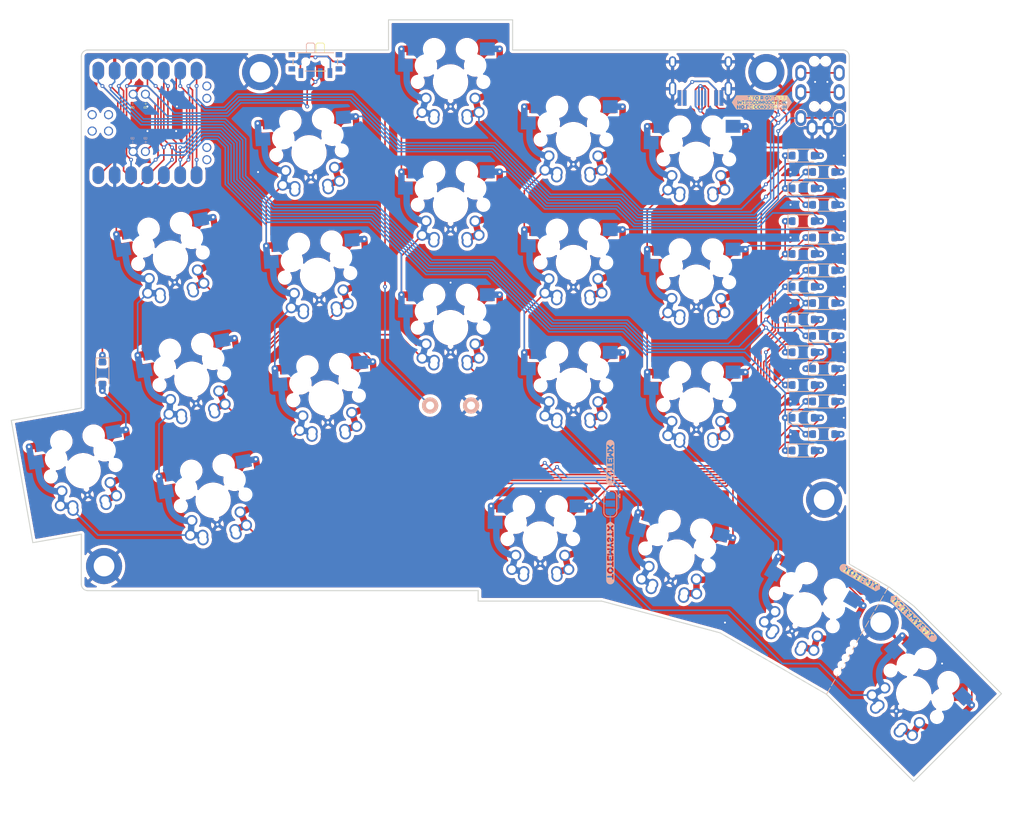
<source format=kicad_pcb>
(kicad_pcb (version 20241229) (generator "pcbnew") (generator_version "9.0")
  (title_block (title "TOTEMYSTX") (rev "v1.0.0") (company "Unknown"))
  (layers (0 "F.Cu" signal) (2 "B.Cu" signal) (13 "F.Paste" user) (15 "B.Paste" user) (5 "F.SilkS" user "F.Silkscreen") (7 "B.SilkS" user "B.Silkscreen") (1 "F.Mask" user) (3 "B.Mask" user) (25 "Edge.Cuts" user))
  (net 0 "")
  (net 1 "/VBAT")
  (net 2 "GND")
  (net 3 "Net-(D0-A)")
  (net 4 "Net-(D1-A)")
  (net 5 "Net-(D2-A)")
  (net 6 "Net-(D3-A)")
  (net 7 "Net-(D4-A)")
  (net 8 "Net-(D5-A)")
  (net 9 "Net-(D6-A)")
  (net 10 "Net-(D7-A)")
  (net 11 "Net-(D8-A)")
  (net 12 "Net-(D9-A)")
  (net 13 "Net-(D10-A)")
  (net 14 "Net-(D11-A)")
  (net 15 "Net-(D12-A)")
  (net 16 "Net-(D13-A)")
  (net 17 "Net-(D14-A)")
  (net 18 "Net-(D15-A)")
  (net 19 "Net-(D16-A)")
  (net 20 "Net-(D17-A)")
  (net 21 "Net-(D18-A)")
  (net 22 "VCC")
  (net 25 "/ROW0")
  (net 26 "/ROW1")
  (net 27 "/ROW2")
  (net 28 "/ROW3")
  (net 29 "/RX")
  (net 30 "/TX")
  (net 31 "/BAT+")
  (net 32 "/COL0")
  (net 33 "/COL1")
  (net 34 "/COL2")
  (net 35 "/COL3")
  (net 36 "/COL4")
  (net 51 "Net-(D19-A)")
  (net 52 "/SW19")
  (footprint "TOTEMYSTX-footprints:TOTEMYSTX-D" (layer "F.Cu") (at 171.56463 116.228962)
    (property "Reference" "D2" (hide yes))
    (property "Value" "D_Small")
  )
  (footprint "TOTEMYSTX-footprints:TOTEMYSTX-KEY" (layer "F.Cu") (at 155.05463 149.820462)
    (property "Reference" "SW14" (hide yes))
    (property "Value" "SW_Push_45deg")
  )
  (footprint "TOTEMYSTX-footprints:TOTEMYSTX-KEY" (layer "F.Cu") (at 155.05463 130.770462)
    (property "Reference" "SW9" (hide yes))
    (property "Value" "SW_Push_45deg")
  )
  (footprint "TOTEMYSTX-footprints:BatteryPad" (layer "F.Cu") (at 120.12963 149.883962)
    (property "Reference" "BATGND1" (hide yes))
    (property "Value" "-")
  )
  (footprint "TOTEMYSTX-footprints:TOTEMYSTX-KEY" (layer "F.Cu") (at 136.00463 127.722462)
    (property "Reference" "SW8" (hide yes))
    (property "Value" "SW_Push_45deg")
  )
  (footprint "TOTEMYSTX-footprints:BatteryPad" (layer "F.Cu") (at 113.77963 149.883962)
    (property "Reference" "BAT+1" (hide yes))
    (property "Value" "+")
  )
  (footprint "TOTEMYSTX-footprints:TOTEMYSTX-D" (layer "F.Cu") (at 171.56463 126.388962)
    (property "Reference" "D9" (hide yes))
    (property "Value" "D_Small")
  )
  (footprint "TOTEMYSTX-footprints:TOTEMYSTX-MountingHole_3.2mm_M3_DIN965_Pad" (layer "F.Cu") (at 174.86663 164.488962)
    (property "Reference" "H4" (hide yes))
    (property "Value" "MountingHole_Pad")
  )
  (footprint "TOTEMYSTX-footprints:TOTEMYSTX-KEY" (layer "F.Cu") (at 60 160 10)
    (property "Reference" "SW15" (hide yes))
    (property "Value" "SW_Push_45deg")
  )
  (footprint "TOTEMYSTX-footprints:TOTEMYSTX-KEY" (layer "F.Cu") (at 136.00463 146.772462)
    (property "Reference" "SW13" (hide yes))
    (property "Value" "SW_Push_45deg")
  )
  (footprint "TOTEMYSTX-footprints:TOTEMYSTX-MountingHole_3.2mm_M3_DIN965_Pad" (layer "F.Cu") (at 183.62963 183.538962)
    (property "Reference" "H5" (hide yes))
    (property "Value" "MountingHole_Pad")
  )
  (footprint "kibuzzard-68974A68" (layer "F.Cu") (at 180.45463 176.553962 -30)
    (property "Reference" "kibuzzard-68974A68" (hide yes))
    (property "Value" "G***" (hide yes))
  )
  (footprint "TOTEMYSTX-footprints:TOTEMYSTX-KEY" (layer "F.Cu") (at 116.95463 137.818962)
    (property "Reference" "SW12" (hide yes))
    (property "Value" "SW_Push_45deg")
  )
  (footprint "TOTEMYSTX-footprints:TOTEMYSTX-D" (layer "F.Cu") (at 174.73963 113.688962)
    (property "Reference" "D3" (hide yes))
    (property "Value" "D_Small")
  )
  (footprint "TOTEMYSTX-footprints:TOTEMYSTX-D" (layer "F.Cu") (at 174.73963 139.088962)
    (property "Reference" "D6" (hide yes))
    (property "Value" "D_Small")
  )
  (footprint "kibuzzard-68974C18" (layer "F.Cu") (at 165.21463 102.893962)
    (property "Reference" "kibuzzard-68974C18" (hide yes))
    (property "Value" "G***" (hide yes))
  )
  (footprint "TOTEMYSTX-footprints:TOTEMYSTX-D" (layer "F.Cu") (at 171.56463 141.628962)
    (property "Reference" "D0" (hide yes))
    (property "Value" "D_Small")
  )
  (footprint "TOTEMYSTX-footprints:TOTEMYSTX-D" (layer "F.Cu") (at 174.73963 118.768962)
    (property "Reference" "D1" (hide yes))
    (property "Value" "D_Small")
  )
  (footprint "TOTEMYSTX-footprints:TOTEMYSTX-D" (layer "F.Cu") (at 174.73963 154.328962)
    (property "Reference" "D18" (hide yes))
    (property "Value" "D_Small")
  )
  (footprint "TOTEMYSTX-footprints:TOTEMYSTX-MountingHole_3.2mm_M3_DIN965_Pad" (layer "F.Cu") (at 87.42713 98.194962)
    (property "Reference" "H2" (hide yes))
    (property "Value" "MountingHole_Pad")
  )
  (footprint "TOTEMYSTX-footprints:TOTEMYSTX-D" (layer "F.Cu") (at 174.73963 144.168962)
    (property "Reference" "D5" (hide yes))
    (property "Value" "D_Small")
  )
  (footprint "TOTEMYSTX-footprints:TOTEMYSTX-D" (layer "F.Cu") (at 171.56463 121.308962)
    (property "Reference" "D7" (hide yes))
    (property "Value" "D_Small")
  )
  (footprint "TOTEMYSTX-footprints:TOTEMYSTX-BREAKWAY" (layer "F.Cu") (at 178.42263 189.126962 60)
    (property "Reference" "H6" (hide yes))
    (property "Value" "TOTEMYSTX-BREAKWAY")
  )
  (footprint "TOTEMYSTX-footprints:TOTEMYSTX-MountingHole_3.2mm_M3_DIN965_Pad" (layer "F.Cu") (at 63.23363 174.775962)
    (property "Reference" "H1" (hide yes))
    (property "Value" "MountingHole_Pad")
  )
  (footprint "TOTEMYSTX-footprints:TOTEMYSTX-KEY" (layer "F.Cu") (at 116.95463 99.718962)
    (property "Reference" "SW2" (hide yes))
    (property "Value" "SW_Push_45deg")
  )
  (footprint "TOTEMYSTX-footprints:TOTEMYSTX-TYPE-C" (layer "F.Cu") (at 155.68963 94.003962 180)
    (property "Reference" "J_RIGHT1" (hide yes))
    (property "Value" "HRO-TYPE-C-31-M-12")
  )
  (footprint "TOTEMYSTX-footprints:TOTEMYSTX-KEY" (layer "F.Cu") (at 188.755185 194.565465 -45)
    (property "Reference" "SW16" (hide yes))
    (property "Value" "SW_Push_45deg")
  )
  (footprint "TOTEMYSTX-footprints:TOTEMYSTX-D" (layer "F.Cu") (at 174.73963 134.008962)
    (property "Reference" "D12" (hide yes))
    (property "Value" "D_Small")
  )
  (footprint "TOTEMYSTX-footprints:TOTEMYSTX-KEY" (layer "F.Cu") (at 136.00463 108.672462)
    (property "Reference" "SW3" (hide yes))
    (property "Value" "SW_Push_45deg")
  )
  (footprint "TOTEMYSTX-footprints:TOTEMYSTX-KEY" (layer "F.Cu") (at 73.533951 127.050274 10)
    (property "Reference" "SW0" (hide yes))
    (property "Value" "SW_Push_45deg")
  )
  (footprint "TOTEMYSTX-footprints:TOTEMYSTX-D" (layer "F.Cu") (at 171.56463 156.868962)
    (property "Reference" "D16" (hide yes))
    (property "Value" "D_Small")
  )
  (footprint "TOTEMYSTX-footprints:TOTEMYSTX-MountingHole_3.2mm_M3_DIN965_Pad" (layer "F.Cu") (at 165.91313 98.194962)
    (property "Reference" "H3" (hide yes))
    (property "Value" "MountingHole_Pad")
  )
  (footprint "TOTEMYSTX-footprints:TOTEMYSTX-KEY" (layer "F.Cu") (at 116.95463 118.768962)
    (property "Reference" "SW7" (hide yes))
    (property "Value" "SW_Push_45deg")
  )
  (footprint "TOTEMYSTX-footprints:TOTEMYSTX-D" (layer "F.Cu") (at 171.56463 131.468962)
    (property "Reference" "D13" (hide yes))
    (property "Value" "D_Small")
  )
  (footprint "TOTEMYSTX-footprints:TOTEMYSTX-KEY" (layer "F.Cu") (at 76.841949 145.810861 10)
    (property "Reference" "SW5" (hide yes))
    (property "Value" "SW_Push_45deg")
  )
  (footprint "TOTEMYSTX-footprints:TOTEMYSTX-KEY" (layer "F.Cu") (at 95.007564 110.708873 4)
    (property "Reference" "SW1" (hide yes))
    (property "Value" "SW_Push_45deg")
  )
  (footprint "TOTEMYSTX-footprints:TOTEMYSTX-D" (layer "F.Cu") (at 171.56463 146.708962)
    (property "Reference" "D10" (hide yes))
    (property "Value" "D_Small")
  )
  (footprint "TOTEMYSTX-footprints:TOTEMYSTX-XIAO-BLE-SMD" (layer "F.Cu") (at 69.96463 106.068962 90)
    (property "Reference" "U_LEFT1" (hide yes))
    (property "Value" "xiao-ble")
  )
  (footprint "TOTEMYSTX-footprints:TOTEMYSTX-KEY" (layer "F.Cu") (at 97.665285 148.716064 4)
    (property "Reference" "SW11" (hide yes))
    (property "Value" "SW_Push_45deg")
  )
  (footprint "TOTEMYSTX-footprints:TOTEMYSTX-D" (layer "F.Cu") (at 174.73963 149.248962)
    (property "Reference" "D19" (hide yes))
    (property "Value" "D_Small")
  )
  (footprint "TOTEMYSTX-footprints:TOTEMYSTX-D" (layer "F.Cu") (at 62.97963 144.803962 -90)
    (property "Reference" "D15" (hide yes))
    (property "Value" "D_Small")
  )
  (footprint "TOTEMYSTX-footprints:TOTEMYSTX-KEY" (layer "F.Cu") (at 152.051825 173.37477 -15)
    (property "Reference" "SW17" (hide yes))
    (property "Value" "SW_Push_45deg")
  )
  (footprint "TOTEMYSTX-footprints:TOTEMYSTX-D" (layer "F.Cu") (at 171.56463 151.788962)
    (property "Reference" "D17" (hide yes))
    (property "Value" "D_Small")
  )
  (footprint "kibuzzard-68974A8D" (layer "F.Cu") (at 188.70963 182.903962 -45)
    (property "Reference" "kibuzzard-68974A8D" (hide yes))
    (property "Value" "G***" (hide yes))
  )
  (footprint "TOTEMYSTX-footprints:TOTEMYSTX-D" (layer "F.Cu") (at 174.73963 123.848962)
    (property "Reference" "D8" (hide yes))
    (property "Value" "D_Small")
  )
  (footprint "TOTEMYSTX-footprints:TOTEMYSTX-KEY" (layer "F.Cu") (at 171.798409 181.554073 -30)
    (property "Reference" "SW18" (hide yes))
    (property "Value" "SW_Push_45deg")
  )
  (footprint "TOTEMYSTX-footprints:TOTEMYSTX-KEY" (layer "F.Cu") (at 155.05463 111.720462)
    (property "Reference" "SW4" (hide yes))
    (property "Value" "SW_Push_45deg")
  )
  (footprint "TOTEMYSTX-footprints:TOTEMYSTX-KEY" (layer "F.Cu") (at 96.336425 129.712468 4)
    (property "Reference" "SW6" (hide yes))
    (property "Value" "SW_Push_45deg")
  )
  (footprint "TOTEMYSTX-footprints:TOTEMYSTX-D" (layer "F.Cu") (at 171.56463 136.548962)
    (property "Reference" "D11" (hide yes))
    (property "Value" "D_Small")
  )
  (footprint "TOTEMYSTX-footprints:TOTEMYSTX-TRRS-THT" (layer "F.Cu") (at 175.105 107.02 180)
    (property "Reference" "J1" (hide yes))
    (property "Value" "AudioJack4")
  )
  (footprint "TOTEMYSTX-footprints:TOTEMYSTX-D" (layer "F.Cu") (at 174.73963 128.928962)
    (property "Reference" "D14" (hide yes))
    (property "Value" "D_Small")
  )
  (footprint "TOTEMYSTX-footprints:TOTEMYSTX-SW_SPDT_PCM12" (layer "F.Cu") (at 95.99963 96.924962 180)
    (property "Reference" "PSW_LEFT1" (hide yes))
    (property "Value" "SW_SPDT")
  )
  (footprint "TOTEMYSTX-footprints:TOTEMYSTX-D" (layer "F.Cu") (at 171.56463 111.148962)
    (property "Reference" "D4" (hide yes))
    (property "Value" "D_Small")
  )
  (footprint "TOTEMYSTX-footprints:TOTEMYSTX-KEY" (layer "F.Cu") (at 80.149947 164.571449 10)
    (property "Reference" "SW10" (hide yes))
    (property "Value" "SW_Push_45deg")
  )
  (footprint "TOTEMYSTX-footprints:TOTEMYSTX-KEY" (layer "F.Cu") (at 130.86113 170.584962)
    (property "Reference" "SW19" (hide yes))
    (property "Value" "SW_Push_45deg")
  )
  (footprint "TOTEMYSTX-footprints:TOTEMYSTX-TYPE-C" (layer "B.Cu") (at 155.68963 94.003962)
    (property "Reference" "J_LEFT1" (hide yes))
    (property "Value" "HRO-TYPE-C-31-M-12")
  )
  (footprint "kibuzzard-68974A33" (layer "B.Cu") (at 188.70963 182.903962 135)
    (property "Reference" "kibuzzard-68974A33" (hide yes))
    (property "Value" "G***" (hide yes))
  )
  (footprint "kibuzzard-68974C18" (layer "B.Cu") (at 165.21463 102.893962 180)
    (property "Reference" "kibuzzard-68974C18" (hide yes))
    (property "Value" "G***" (hide yes))
  )
  (footprint "TOTEMYSTX-footprints:TOTEMYSTX-SW_SPDT_PCM12" (layer "B.Cu") (at 95.99963 96.924962)
    (property "Reference" "PSW_RIGHT1" (hide yes))
    (property "Value" "SW_SPDT")
  )
  (footprint "TOTEMYSTX-footprints:TOTEMYSTX-SolderJumper-3_P1.3mm_Open_RoundedPad1.0x1.5mm" (layer "B.Cu") (at 141.71963 165.093962 -90)
    (property "Reference" "J_SW19" (hide yes))
    (property "Value" "SolderJumper_3_Open")
  )
  (footprint "kibuzzard-68974A0B" (layer "B.Cu") (at 141.71963 172.743962 90)
    (property "Reference" "kibuzzard-68974A0B" (hide yes))
    (property "Value" "G***" (hide yes))
  )
  (footprint "kibuzzard-688F7691" (layer "B.Cu") (at 180.45463 176.553962 150)
    (property "Reference" "kibuzzard-688F7691" (hide yes))
    (property "Value" "G***" (hide yes))
  )
  (footprint "TOTEMYSTX-footprints:TOTEMYSTX-XIAO-BLE-SMD" (layer "B.Cu") (at 69.96463 106.068962 -90)
    (property "Reference" "U_RIGHT1" (hide yes))
    (property "Value" "xiao-ble")
  )
  (footprint "kibuzzard-688F7691" (layer "B.Cu") (at 141.71963 158.773962 90)
    (property "Reference" "kibuzzard-688F7691" (hide yes))
    (property "Value" "G***" (hide yes))
  )
  (gr_line (start 184.809801 178.067681) (end 175.284801 194.565465) (stroke (width 0.1) (type dash)) (layer "F.SilkS"))
  (gr_line (start 184.809801 178.067681) (end 175.284801 194.565465) (stroke (width 0.1) (type dash)) (layer "B.SilkS"))
  (gr_line (start 178.77188 174.466216) (end 178.77188 95.765962) (stroke (width 0.15)) (layer "Edge.Cuts"))
  (gr_line (start 184.946403 178.031078) (end 188.755185 180.953659) (stroke (width 0.15)) (layer "Edge.Cuts"))
  (gr_line (start 184.946403 178.031078) (end 178.77188 174.466216) (stroke (width 0.15)) (layer "Edge.Cuts"))
  (gr_line (start 59.70938 169.824725) (end 59.70938 177.585962) (stroke (width 0.15)) (layer "Edge.Cuts"))
  (gr_line (start 202.36699 194.565465) (end 188.755185 180.953659) (stroke (width 0.15)) (layer "Edge.Cuts"))
  (gr_line (start 188.755185 208.17727) (end 202.36699 194.565465) (stroke (width 0.15)) (layer "Edge.Cuts"))
  (gr_arc (start 60.70938 178.585962) (mid 60.002273 178.293069) (end 59.70938 177.585962) (stroke (width 0.15)) (layer "Edge.Cuts"))
  (gr_arc (start 177.77188 94.765962) (mid 178.478987 95.058855) (end 178.77188 95.765962) (stroke (width 0.15)) (layer "Edge.Cuts"))
  (gr_line (start 52.192589 171.150138) (end 59.70938 169.824725) (stroke (width 0.15)) (layer "Edge.Cuts"))
  (gr_line (start 59.70938 95.765962) (end 59.70938 150.277763) (stroke (width 0.15)) (layer "Edge.Cuts"))
  (gr_line (start 158.748418 185.13365) (end 175.223399 194.645485) (stroke (width 0.15)) (layer "Edge.Cuts"))
  (gr_line (start 126.57963 94.765962) (end 126.57963 90.093962) (stroke (width 0.15)) (layer "Edge.Cuts"))
  (gr_line (start 140.372964 180.209962) (end 158.748418 185.13365) (stroke (width 0.15)) (layer "Edge.Cuts"))
  (gr_line (start 126.57963 90.093962) (end 107.32963 90.093962) (stroke (width 0.15)) (layer "Edge.Cuts"))
  (gr_line (start 107.32963 94.765962) (end 107.32963 90.093962) (stroke (width 0.15)) (layer "Edge.Cuts"))
  (gr_line (start 48.849862 152.192589) (end 52.192589 171.150138) (stroke (width 0.15)) (layer "Edge.Cuts"))
  (gr_line (start 121.23613 178.585962) (end 121.23613 180.209962) (stroke (width 0.15)) (layer "Edge.Cuts"))
  (gr_line (start 60.70938 178.585962) (end 121.23613 178.585962) (stroke (width 0.15)) (layer "Edge.Cuts"))
  (gr_line (start 59.70938 150.277763) (end 48.849862 152.192589) (stroke (width 0.15)) (layer "Edge.Cuts"))
  (gr_line (start 121.23613 180.209962) (end 140.372964 180.209962) (stroke (width 0.15)) (layer "Edge.Cuts"))
  (gr_line (start 107.32963 94.765962) (end 60.70938 94.765962) (stroke (width 0.15)) (layer "Edge.Cuts"))
  (gr_arc (start 59.70938 95.765962) (mid 60.002273 95.058855) (end 60.70938 94.765962) (stroke (width 0.15)) (layer "Edge.Cuts"))
  (gr_line (start 175.223399 194.645485) (end 188.755185 208.17727) (stroke (width 0.15)) (layer "Edge.Cuts"))
  (gr_line (start 177.77188 94.765962) (end 126.57963 94.765962) (stroke (width 0.15)) (layer "Edge.Cuts"))
  (segment (start 95.85963 95.768962) (end 95.99963 95.908962) (width 0.25) (layer "F.Cu") (net 1))
  (segment (start 93.74963 98.354962) (end 93.67363 98.278962) (width 0.25) (layer "F.Cu") (net 1))
  (segment (start 93.67363 96.252822) (end 94.15749 95.768962) (width 0.25) (layer "F.Cu") (net 1))
  (segment (start 93.67363 98.278962) (end 93.67363 96.252822) (width 0.25) (layer "F.Cu") (net 1))
  (segment (start 100.04063 96.543962) (end 98.73963 96.543962) (width 0.25) (layer "F.Cu") (net 1))
  (segment (start 106.79463 131.468962) (end 106.79463 103.297962) (width 0.25) (layer "F.Cu") (net 1))
  (segment (start 106.79463 103.297962) (end 100.04063 96.543962) (width 0.25) (layer "F.Cu") (net 1))
  (segment (start 96.13963 95.768962) (end 95.99963 95.908962) (width 0.25) (layer "F.Cu") (net 1))
  (segment (start 94.15749 95.768962) (end 95.85963 95.768962) (width 0.25) (layer "F.Cu") (net 1))
  (segment (start 98.73963 96.543962) (end 97.96463 95.768962) (width 0.25) (layer "F.Cu") (net 1))
  (segment (start 97.96463 95.768962) (end 96.13963 95.768962) (width 0.25) (layer "F.Cu") (net 1))
  (via (at 95.99963 95.908962) (size 0.6) (drill 0.3) (layers "F.Cu" "B.Cu") (net 1))
  (via (at 106.79463 131.468962) (size 0.6) (drill 0.3) (layers "F.Cu" "B.Cu") (net 1))
  (segment (start 106.79463 131.468962) (end 106.79463 142.898962) (width 0.25) (layer "B.Cu") (net 1))
  (segment (start 98.24963 98.354962) (end 98.32563 98.278962) (width 0.25) (layer "B.Cu") (net 1))
  (segment (start 98.32563 96.252822) (end 97.84177 95.768962) (width 0.25) (layer "B.Cu") (net 1))
  (segment (start 98.32563 98.278962) (end 98.32563 96.252822) (width 0.25) (layer "B.Cu") (net 1))
  (segment (start 96.13963 95.768962) (end 95.99963 95.908962) (width 0.25) (layer "B.Cu") (net 1))
  (segment (start 106.79463 142.898962) (end 113.77963 149.883962) (width 0.25) (layer "B.Cu") (net 1))
  (segment (start 97.84177 95.768962) (end 96.13963 95.768962) (width 0.25) (layer "B.Cu") (net 1))
  (via (at 169.65963 144.168962) (size 0.6) (drill 0.3) (layers "F.Cu" "B.Cu") (net 2))
  (via (at 169.65963 113.688962) (size 0.6) (drill 0.3) (layers "F.Cu" "B.Cu") (net 2))
  (via (at 116.95463 130.833962) (size 0.6) (drill 0.3) (layers "F.Cu" "B.Cu") (net 2))
  (via (at 169.65963 123.848962) (size 0.6) (drill 0.3) (layers "F.Cu" "B.Cu") (net 2))
  (via (at 175.37463 99.718962) (size 0.6) (drill 0.3) (layers "F.Cu" "B.Cu") (net 2))
  (via (at 177.91463 116.228962) (size 0.6) (drill 0.3) (layers "F.Cu" "B.Cu") (net 2))
  (via (at 159.49963 183.538962) (size 0.6) (drill 0.3) (layers "F.Cu" "B.Cu") (net 2))
  (via (at 69.96463 103.528962) (size 0.6) (drill 0.3) (layers "F.Cu" "B.Cu") (net 2))
  (via (at 177.91463 131.468962) (size 0.6) (drill 0.3) (layers "F.Cu" "B.Cu") (net 2))
  (via (at 169.65963 134.008962) (size 0.6) (drill 0.3) (layers "F.Cu" "B.Cu") (net 2))
  (via (at 169.65963 154.328962) (size 0.6) (drill 0.3) (layers "F.Cu" "B.Cu") (net 2))
  (via (at 173.46963 99.718962) (size 0.6) (drill 0.3) (layers "F.Cu" "B.Cu") (net 2))
  (via (at 169.02463 102.893962) (size 0.6) (drill 0.3) (layers "F.Cu" "B.Cu") (net 2))
  (via (at 177.769487 126.388962) (size 0.6) (drill 0.3) (layers "F.Cu" "B.Cu") (net 2))
  (via (at 169.65963 128.928962) (size 0.6) (drill 0.3) (layers "F.Cu" "B.Cu") (net 2))
  (via (at 193.15463 189.888962) (size 0.6) (drill 0.3) (layers "F.Cu" "B.Cu") (net 2))
  (via (at 74.534072 103.528962) (size 0.6) (drill 0.3) (layers "F.Cu" "B.Cu") (net 2))
  (via (at 74.40963 107.338962) (size 0.6) (drill 0.3) (layers "F.Cu" "B.Cu") (net 2))
  (via (at 87.10963 113.688962) (size 0.6) (drill 0.3) (layers "F.Cu" "B.Cu") (net 2))
  (via (at 177.91463 121.308962) (size 0.6) (drill 0.3) (layers "F.Cu" "B.Cu") (net 2))
  (via (at 177.91463 111.148962) (size 0.6) (drill 0.3) (layers "F.Cu" "B.Cu") (net 2))
  (via (at 69.96463 107.338962) (size 0.6) (drill 0.3) (layers "F.Cu" "B.Cu") (net 2))
  (via (at 177.91463 151.788962) (size 0.6) (drill 0.3) (layers "F.Cu" "B.Cu") (net 2))
  (via (at 177.91463 136.548962) (size 0.6) (drill 0.3) (layers "F.Cu" "B.Cu") (net 2))
  (via (at 169.65963 118.768962) (size 0.6) (drill 0.3) (layers "F.Cu" "B.Cu") (net 2))
  (via (at 169.65963 149.248962) (size 0.6) (drill 0.3) (layers "F.Cu" "B.Cu") (net 2))
  (via (at 130.92463 163.218962) (size 0.6) (drill 0.3) (layers "F.Cu" "B.Cu") (net 2))
  (via (at 177.91463 141.628962) (size 0.6) (drill 0.3) (layers "F.Cu" "B.Cu") (net 2))
  (via (at 177.91463 146.708962) (size 0.6) (drill 0.3) (layers "F.Cu" "B.Cu") (net 2))
  (segment (start 90.10063 171.961753) (end 93.790839 175.651962) (width 0.25) (layer "F.Cu") (net 3))
  (segment (start 166.40163 153.788202) (end 166.40163 143.519631) (width 0.25) (layer "F.Cu") (net 3))
  (segment (start 90.10063 157.146973) (end 90.10063 171.961753) (width 0.25) (layer "F.Cu") (net 3))
  (segment (start 116.59787 175.651962) (end 120.39663 171.853202) (width 0.25) (layer "F.Cu") (net 3))
  (segment (start 123.57725 161.046962) (end 159.14287 161.046962) (width 0.25) (layer "F.Cu") (net 3))
  (segment (start 86.29063 153.336973) (end 90.10063 157.146973) (width 0.25) (layer "F.Cu") (net 3))
  (segment (start 93.790839 175.651962) (end 116.59787 175.651962) (width 0.25) (layer "F.Cu") (net 3))
  (segment (start 166.40163 143.519631) (end 167.022299 142.898962) (width 0.25) (layer "F.Cu") (net 3))
  (segment (start 159.14287 161.046962) (end 166.40163 153.788202) (width 0.25) (layer "F.Cu") (net 3))
  (segment (start 167.022299 142.898962) (end 173.08063 142.898962) (width 0.25) (layer "F.Cu") (net 3))
  (segment (start 120.39663 164.227582) (end 123.57725 161.046962) (width 0.25) (layer "F.Cu") (net 3))
  (segment (start 120.39663 171.853202) (end 120.39663 164.227582) (width 0.25) (layer "F.Cu") (net 3))
  (segment (start 173.08063 142.898962) (end 174.35063 141.628962) (width 0.25) (layer "F.Cu") (net 3))
  (segment (start 78.683254 130.914818) (end 86.29063 138.522194) (width 0.25) (layer "F.Cu") (net 3))
  (segment (start 86.29063 138.522194) (end 86.29063 153.336973) (width 0.25) (layer "F.Cu") (net 3))
  (segment (start 145.52008 121.676962) (end 164.61178 121.676962) (width 0.25) (layer "B.Cu") (net 4))
  (segment (start 108.69682 110.513962) (end 123.30463 110.513962) (width 0.25) (layer "B.Cu") (net 4))
  (segment (start 164.61178 121.676962) (end 168.78978 117.498962) (width 0.25) (layer "B.Cu") (net 4))
  (segment (start 168.78978 117.498962) (end 176.25563 117.498962) (width 0.25) (layer "B.Cu") (net 4))
  (segment (start 142.79608 118.952962) (end 145.52008 121.676962) (width 0.25) (layer "B.Cu") (net 4))
  (segment (start 123.30463 110.513962) (end 131.74363 118.952962) (width 0.25) (layer "B.Cu") (net 4))
  (segment (start 103.252659 105.069801) (end 108.69682 110.513962) (width 0.25) (layer "B.Cu") (net 4))
  (segment (start 131.74363 118.952962) (end 142.79608 118.952962) (width 0.25) (layer "B.Cu") (net 4))
  (segment (start 102.251849 105.069801) (end 103.252659 105.069801) (width 0.25) (layer "B.Cu") (net 4))
  (segment (start 176.25563 117.498962) (end 177.52563 118.768962) (width 0.25) (layer "B.Cu") (net 4))
  (segment (start 165.84963 117.498962) (end 168.38963 114.958962) (width 0.25) (layer "F.Cu") (net 5))
  (segment (start 173.08063 114.958962) (end 174.35063 116.228962) (width 0.25) (layer "F.Cu") (net 5))
  (segment (start 168.38963 114.958962) (end 173.08063 114.958962) (width 0.25) (layer "F.Cu") (net 5))
  (via (at 165.84963 117.498962) (size 0.6) (drill 0.3) (layers "F.Cu" "B.Cu") (net 5))
  (segment (start 132.49087 117.148962) (end 143.54332 117.148962) (width 0.25) (layer "B.Cu") (net 5))
  (segment (start 163.47563 119.872962) (end 165.84963 117.498962) (width 0.25) (layer "B.Cu") (net 5))
  (segment (start 146.26732 119.872962) (end 163.47563 119.872962) (width 0.25) (layer "B.Cu") (net 5))
  (segment (start 121.35463 104.418962) (end 121.35463 106.012722) (width 0.25) (layer "B.Cu") (net 5))
  (segment (start 143.54332 117.148962) (end 146.26732 119.872962) (width 0.25) (layer "B.Cu") (net 5))
  (segment (start 121.35463 106.012722) (end 132.49087 117.148962) (width 0.25) (layer "B.Cu") (net 5))
  (segment (start 169.02463 112.418962) (end 176.25563 112.418962) (width 0.25) (layer "F.Cu") (net 6))
  (segment (start 165.84963 115.593962) (end 169.02463 112.418962) (width 0.25) (layer "F.Cu") (net 6))
  (segment (start 176.25563 112.418962) (end 177.52563 113.688962) (width 0.25) (layer "F.Cu") (net 6))
  (via (at 165.84963 115.593962) (size 0.6) (drill 0.3) (layers "F.Cu" "B.Cu") (net 6))
  (segment (start 140.40463 113.372462) (end 146.45413 119.421962) (width 0.25) (layer "B.Cu") (net 6))
  (segment (start 162.02163 119.421962) (end 165.84963 115.593962) (width 0.25) (layer "B.Cu") (net 6))
  (segment (start 146.45413 119.421962) (end 162.02163 119.421962) (width 0.25) (layer "B.Cu") (net 6))
  (segment (start 162.67463 106.600462) (end 165.95313 109.878962) (width 0.25) (layer "F.Cu") (net 7))
  (segment (start 165.95313 109.878962) (end 173.08063 109.878962) (width 0.25) (layer "F.Cu") (net 7))
  (segment (start 173.08063 109.878962) (end 174.35063 111.148962) (width 0.25) (layer "F.Cu") (net 7))
  (segment (start 123.76406 161.497962) (end 120.84763 164.414392) (width 0.25) (layer "F.Cu") (net 8))
  (segment (start 168.924489 145.438962) (end 166.85263 147.510821) (width 0.25) (layer "F.Cu") (net 8))
  (segment (start 176.25563 145.438962) (end 168.924489 145.438962) (width 0.25) (layer "F.Cu") (net 8))
  (segment (start 166.85263 153.975012) (end 159.32968 161.497962) (width 0.25) (layer "F.Cu") (net 8))
  (segment (start 166.85263 147.510821) (end 166.85263 153.975012) (width 0.25) (layer "F.Cu") (net 8))
  (segment (start 120.84763 172.040012) (end 116.78468 176.102962) (width 0.25) (layer "F.Cu") (net 8))
  (segment (start 120.84763 164.414392) (end 120.84763 172.040012) (width 0.25) (layer "F.Cu") (net 8))
  (segment (start 116.78468 176.102962) (end 93.604029 176.102962) (width 0.25) (layer "F.Cu") (net 8))
  (segment (start 89.64963 172.148563) (end 89.64963 157.333783) (width 0.25) (layer "F.Cu") (net 8))
  (segment (start 89.64963 157.333783) (end 81.991252 149.675405) (width 0.25) (layer "F.Cu") (net 8))
  (segment (start 159.32968 161.497962) (end 123.76406 161.497962) (width 0.25) (layer "F.Cu") (net 8))
  (segment (start 93.604029 176.102962) (end 89.64963 172.148563) (width 0.25) (layer "F.Cu") (net 8))
  (segment (start 177.52563 144.168962) (end 176.25563 145.438962) (width 0.25) (layer "F.Cu") (net 8))
  (segment (start 165.95063 143.332821) (end 168.924489 140.358962) (width 0.25) (layer "F.Cu") (net 9))
  (segment (start 165.95063 153.601392) (end 165.95063 143.332821) (width 0.25) (layer "F.Cu") (net 9))
  (segment (start 119.94563 164.040772) (end 123.39044 160.595962) (width 0.25) (layer "F.Cu") (net 9))
  (segment (start 116.41106 175.200962) (end 119.94563 171.666392) (width 0.25) (layer "F.Cu") (net 9))
  (segment (start 176.25563 140.358962) (end 177.52563 139.088962) (width 0.25) (layer "F.Cu") (net 9))
  (segment (start 158.95606 160.595962) (end 165.95063 153.601392) (width 0.25) (layer "F.Cu") (net 9))
  (segment (start 168.924489 140.358962) (end 176.25563 140.358962) (width 0.25) (layer "F.Cu") (net 9))
  (segment (start 123.39044 160.595962) (end 158.95606 160.595962) (width 0.25) (layer "F.Cu") (net 9))
  (segment (start 86.74163 153.150163) (end 90.55163 156.960163) (width 0.25) (layer "F.Cu") (net 9))
  (segment (start 96.144323 138.453962) (end 90.27901 138.453962) (width 0.25) (layer "F.Cu") (net 9))
  (segment (start 93.977649 175.200962) (end 116.41106 175.200962) (width 0.25) (layer "F.Cu") (net 9))
  (segment (start 99.331191 135.267094) (end 96.144323 138.453962) (width 0.25) (layer "F.Cu") (net 9))
  (segment (start 90.55163 171.774943) (end 93.977649 175.200962) (width 0.25) (layer "F.Cu") (net 9))
  (segment (start 90.27901 138.453962) (end 86.74163 141.991342) (width 0.25) (layer "F.Cu") (net 9))
  (segment (start 86.74163 141.991342) (end 86.74163 153.150163) (width 0.25) (layer "F.Cu") (net 9))
  (segment (start 90.55163 156.960163) (end 90.55163 171.774943) (width 0.25) (layer "F.Cu") (net 9))
  (segment (start 119.94563 171.666392) (end 119.94563 164.040772) (width 0.25) (layer "F.Cu") (net 9))
  (segment (start 131.55682 119.403962) (end 142.60927 119.403962) (width 0.25) (layer "B.Cu") (net 10))
  (segment (start 145.33327 122.127962) (end 164.79859 122.127962) (width 0.25) (layer "B.Cu") (net 10))
  (segment (start 173.08063 120.038962) (end 174.35063 121.308962) (width 0.25) (layer "B.Cu") (net 10))
  (segment (start 125.80182 113.648962) (end 131.55682 119.403962) (width 0.25) (layer "B.Cu") (net 10))
  (segment (start 164.79859 122.127962) (end 166.88759 120.038962) (width 0.25) (layer "B.Cu") (net 10))
  (segment (start 166.88759 120.038962) (end 173.08063 120.038962) (width 0.25) (layer "B.Cu") (net 10))
  (segment (start 142.60927 119.403962) (end 145.33327 122.127962) (width 0.25) (layer "B.Cu") (net 10))
  (segment (start 124.57463 113.648962) (end 125.80182 113.648962) (width 0.25) (layer "B.Cu") (net 10))
  (segment (start 176.25563 122.578962) (end 177.52563 123.848962) (width 0.25) (layer "B.Cu") (net 11))
  (segment (start 143.62463 122.602462) (end 143.64813 122.578962) (width 0.25) (layer "B.Cu") (net 11))
  (segment (start 143.64813 122.578962) (end 176.25563 122.578962) (width 0.25) (layer "B.Cu") (net 11))
  (segment (start 173.08063 125.118962) (end 174.35063 126.388962) (width 0.25) (layer "B.Cu") (net 12))
  (segment (start 163.20613 125.118962) (end 173.08063 125.118962) (width 0.25) (layer "B.Cu") (net 12))
  (segment (start 162.67463 125.650462) (end 163.20613 125.118962) (width 0.25) (layer "B.Cu") (net 12))
  (segment (start 85.29925 168.435993) (end 93.417219 176.553962) (width 0.25) (layer "F.Cu") (net 13))
  (segment (start 167.30363 149.699962) (end 169.02463 147.978962) (width 0.25) (layer "F.Cu") (net 13))
  (segment (start 167.30363 154.161822) (end 167.30363 149.699962) (width 0.25) (layer "F.Cu") (net 13))
  (segment (start 173.08063 147.978962) (end 174.35063 146.708962) (width 0.25) (layer "F.Cu") (net 13))
  (segment (start 121.29863 164.601202) (end 123.95087 161.948962) (width 0.25) (layer "F.Cu") (net 13))
  (segment (start 169.02463 147.978962) (end 173.08063 147.978962) (width 0.25) (layer "F.Cu") (net 13))
  (segment (start 121.29863 172.226822) (end 121.29863 164.601202) (width 0.25) (layer "F.Cu") (net 13))
  (segment (start 93.417219 176.553962) (end 116.97149 176.553962) (width 0.25) (layer "F.Cu") (net 13))
  (segment (start 116.97149 176.553962) (end 121.29863 172.226822) (width 0.25) (layer "F.Cu") (net 13))
  (segment (start 123.95087 161.948962) (end 159.51649 161.948962) (width 0.25) (layer "F.Cu") (net 13))
  (segment (start 159.51649 161.948962) (end 167.30363 154.161822) (width 0.25) (layer "F.Cu") (net 13))
  (segment (start 131.90963 159.693962) (end 132.92063 158.682962) (width 0.25) (layer "F.Cu") (net 14))
  (segment (start 94.351269 174.298962) (end 116.03744 174.298962) (width 0.25) (layer "F.Cu") (net 14))
  (segment (start 101.18854 139.355962) (end 90.65263 139.355962) (width 0.25) (layer "F.Cu") (net 14))
  (segment (start 87.64363 152.776543) (end 91.45363 156.586543) (width 0.25) (layer "F.Cu") (net 14))
  (segment (start 119.04363 163.667152) (end 123.01682 159.693962) (width 0.25) (layer "F.Cu") (net 14))
  (segment (start 158.76925 160.144962) (end 165.49963 153.414582) (width 0.25) (layer "F.Cu") (net 14))
  (segment (start 165.49963 153.414582) (end 165.49963 143.146011) (width 0.25) (layer "F.Cu") (net 14))
  (segment (start 116.03744 174.298962) (end 119.04363 171.292772) (width 0.25) (layer "F.Cu") (net 14))
  (segment (start 173.08063 137.818962) (end 174.35063 136.548962) (width 0.25) (layer "F.Cu") (net 14))
  (segment (start 91.45363 156.586543) (end 91.45363 171.401323) (width 0.25) (layer "F.Cu") (net 14))
  (segment (start 119.04363 171.292772) (end 119.04363 163.667152) (width 0.25) (layer "F.Cu") (net 14))
  (segment (start 87.64363 142.364962) (end 87.64363 152.776543) (width 0.25) (layer "F.Cu") (net 14))
  (segment (start 123.01682 159.693962) (end 131.90963 159.693962) (width 0.25) (layer "F.Cu") (net 14))
  (segment (start 90.65263 139.355962) (end 87.64363 142.364962) (width 0.25) (layer "F.Cu") (net 14))
  (segment (start 135.49282 160.144962) (end 158.76925 160.144962) (width 0.25) (layer "F.Cu") (net 14))
  (segment (start 170.826679 137.818962) (end 173.08063 137.818962) (width 0.25) (layer "F.Cu") (net 14))
  (segment (start 91.45363 171.401323) (end 94.351269 174.298962) (width 0.25) (layer "F.Cu") (net 14))
  (segment (start 165.49963 143.146011) (end 170.826679 137.818962) (width 0.25) (layer "F.Cu") (net 14))
  (segment (start 104.90957 143.076992) (end 101.18854 139.355962) (width 0.25) (layer "F.Cu") (net 14))
  (segment (start 134.03082 158.682962) (end 135.49282 160.144962) (width 0.25) (layer "F.Cu") (net 14))
  (segment (start 132.92063 158.682962) (end 134.03082 158.682962) (width 0.25) (layer "F.Cu") (net 14))
  (segment (start 165.04863 153.227772) (end 165.04863 141.159962) (width 0.25) (layer "F.Cu") (net 15))
  (segment (start 167.75463 134.008962) (end 169.02463 132.738962) (width 0.25) (layer "F.Cu") (net 15))
  (segment (start 165.04863 141.159962) (end 167.75463 138.453962) (width 0.25) (layer "F.Cu") (net 15))
  (segment (start 135.67963 159.693962) (end 158.58244 159.693962) (width 0.25) (layer "F.Cu") (net 15))
  (segment (start 169.02463 132.738962) (end 176.25563 132.738962) (width 0.25) (layer "F.Cu") (net 15))
  (segment (start 158.58244 159.693962) (end 165.04863 153.227772) (width 0.25) (layer "F.Cu") (net 15))
  (segment (start 176.25563 132.738962) (end 177.52563 134.008962) (width 0.25) (layer "F.Cu") (net 15))
  (segment (start 119.55463 143.568962) (end 135.67963 159.693962) (width 0.25) (layer "F.Cu") (net 15))
  (segment (start 167.75463 138.453962) (end 167.75463 134.008962) (width 0.25) (layer "F.Cu") (net 15))
  (segment (start 164.59763 153.040962) (end 164.59763 140.973152) (width 0.25) (layer "F.Cu") (net 16))
  (segment (start 173.08063 130.198962) (end 174.35063 131.468962) (width 0.25) (layer "F.Cu") (net 16))
  (segment (start 167.30363 131.819821) (end 168.924489 130.198962) (width 0.25) (layer "F.Cu") (net 16))
  (segment (start 164.59763 140.973152) (end 167.30363 138.267152) (width 0.25) (layer "F.Cu") (net 16))
  (segment (start 138.60463 152.522462) (end 145.32513 159.242962) (width 0.25) (layer "F.Cu") (net 16))
  (segment (start 158.39563 159.242962) (end 164.59763 153.040962) (width 0.25) (layer "F.Cu") (net 16))
  (segment (start 168.924489 130.198962) (end 173.08063 130.198962) (width 0.25) (layer "F.Cu") (net 16))
  (segment (start 145.32513 159.242962) (end 158.39563 159.242962) (width 0.25) (layer "F.Cu") (net 16))
  (segment (start 167.30363 138.267152) (end 167.30363 131.819821) (width 0.25) (layer "F.Cu") (net 16))
  (segment (start 166.85263 138.080342) (end 166.85263 128.996772) (width 0.25) (layer "F.Cu") (net 17))
  (segment (start 164.14663 140.786342) (end 166.85263 138.080342) (width 0.25) (layer "F.Cu") (net 17))
  (segment (start 164.14663 143.228462) (end 164.14663 140.786342) (width 0.25) (layer "F.Cu") (net 17))
  (segment (start 176.25563 127.658962) (end 177.52563 128.928962) (width 0.25) (layer "F.Cu") (net 17))
  (segment (start 166.85263 128.996772) (end 168.19044 127.658962) (width 0.25) (layer "F.Cu") (net 17))
  (segment (start 168.19044 127.658962) (end 176.25563 127.658962) (width 0.25) (layer "F.Cu") (net 17))
  (segment (start 162.67463 144.700462) (end 164.14663 143.228462) (width 0.25) (layer "F.Cu") (net 17))
  (segment (start 66.615156 151.225487) (end 62.97963 147.589961) (width 0.25) (layer "B.Cu") (net 18))
  (segment (start 66.615156 153.634585) (end 66.615156 151.225487) (width 0.25) (layer "B.Cu") (net 18))
  (segment (start 168.20563 160.227962) (end 170.29463 158.138962) (width 0.25) (layer "F.Cu") (net 19))
  (segment (start 170.29463 158.138962) (end 173.08063 158.138962) (width 0.25) (layer "F.Cu") (net 19))
  (segment (start 197.763725 192.593057) (end 184.26463 179.093962) (width 0.25) (layer "F.Cu") (net 19))
  (segment (start 168.20563 166.801305) (end 168.20563 160.227962) (width 0.25) (layer "F.Cu") (net 19))
  (segment (start 197.763725 196.333232) (end 197.763725 192.593057) (width 0.25) (layer "F.Cu") (net 19))
  (segment (start 180.498287 179.093962) (end 168.20563 166.801305) (width 0.25) (layer "F.Cu") (net 19))
  (segment (start 173.08063 158.138962) (end 174.35063 156.868962) (width 0.25) (layer "F.Cu") (net 19))
  (segment (start 184.26463 179.093962) (end 180.498287 179.093962) (width 0.25) (layer "F.Cu") (net 19))
  (segment (start 160.737333 170.401431) (end 160.737333 162.003739) (width 0.25) (layer "F.Cu") (net 20))
  (segment (start 169.65963 153.058962) (end 173.08063 153.058962) (width 0.25) (layer "F.Cu") (net 20))
  (segment (start 160.737333 162.003739) (end 169.65963 153.081442) (width 0.25) (layer "F.Cu") (net 20))
  (segment (start 173.08063 153.058962) (end 174.35063 151.788962) (width 0.25) (layer "F.Cu") (net 20))
  (segment (start 169.65963 153.081442) (end 169.65963 153.058962) (width 0.25) (layer "F.Cu") (net 20))
  (segment (start 167.75463 156.768821) (end 168.924489 155.598962) (width 0.25) (layer "F.Cu") (net 21))
  (segment (start 180.957523 180.930023) (end 180.957523 180.191008) (width 0.25) (layer "F.Cu") (net 21))
  (segment (start 167.75463 166.988115) (end 167.75463 156.768821) (width 0.25) (layer "F.Cu") (net 21))
  (segment (start 176.25563 155.598962) (end 177.52563 154.328962) (width 0.25) (layer "F.Cu") (net 21))
  (segment (start 180.957523 180.191008) (end 167.75463 166.988115) (width 0.25) (layer "F.Cu") (net 21))
  (segment (start 168.924489 155.598962) (end 176.25563 155.598962) (width 0.25) (layer "F.Cu") (net 21))
  (segment (start 67.42463 97.499002) (end 67.42463 99.718962) (width 0.25) (layer "F.Cu") (net 22))
  (segment (start 154.41963 99.718962) (end 153.23963 100.898962) (width 0.25) (layer "F.Cu") (net 22))
  (segment (start 168.08813 103.862462) (end 158.56313 103.862462) (width 0.25) (layer "F.Cu") (net 22))
  (segment (start 67.42463 99.718962) (end 66.78963 100.353962) (width 0.25) (layer "F.Cu") (net 22))
  (segment (start 169.02463 106.068962) (end 169.02463 104.798962) (width 0.25) (layer "F.Cu") (net 22))
  (segment (start 66.78963 100.353962) (end 66.71813 100.425462) (width 0.25) (layer "F.Cu") (net 22))
  (segment (start 171.255 105.32) (end 171.281 105.294) (width 0.25) (layer "F.Cu") (net 22))
  (segment (start 158.13963 100.898962) (end 156.86863 99.627962) (width 0.25) (layer "F.Cu") (net 22))
  (segment (start 167.75463 107.338962) (end 169.02463 106.068962) (width 0.25) (layer "F.Cu") (net 22))
  (segment (start 66.71813 111.077462) (end 67.42463 111.783962) (width 0.25) (layer "F.Cu") (net 22))
  (segment (start 158.13963 103.438962) (end 158.13963 103.103962) (width 0.25) (layer "F.Cu") (net 22))
  (segment (start 156.86863 99.627962) (end 154.51063 99.627962) (width 0.25) (layer "F.Cu") (net 22))
  (segment (start 177.179 105.294) (end 177.205 105.32) (width 0.25) (layer "F.Cu") (net 22))
  (segment (start 154.51063 99.627962) (end 154.41963 99.718962) (width 0.25) (layer "F.Cu") (net 22))
  (segment (start 171.281 105.294) (end 177.179 105.294) (width 0.25) (layer "F.Cu") (net 22))
  (segment (start 169.02463 104.798962) (end 168.08813 103.862462) (width 0.25) (layer "F.Cu") (net 22))
  (segment (start 158.56313 103.862462) (end 158.13963 103.438962) (width 0.25) (layer "F.Cu") (net 22))
  (segment (start 153.23963 100.898962) (end 153.23963 103.103962) (width 0.25) (layer "F.Cu") (net 22))
  (segment (start 66.71813 100.425462) (end 66.71813 111.077462) (width 0.25) (layer "F.Cu") (net 22))
  (segment (start 158.13963 103.103962) (end 158.13963 100.898962) (width 0.25) (layer "F.Cu") (net 22))
  (via (at 154.41963 99.718962) (size 0.6) (drill 0.3) (layers "F.Cu" "B.Cu") (net 22))
  (via (at 66.78963 100.353962) (size 0.6) (drill 0.3) (layers "F.Cu" "B.Cu") (net 22))
  (via (at 167.75463 107.338962) (size 0.6) (drill 0.3) (layers "F.Cu" "B.Cu") (net 22))
  (via (at 67.42463 111.783962) (size 0.6) (drill 0.3) (layers "F.Cu" "B.Cu") (net 22))
  (segment (start 153.23963 100.898962) (end 153.23963 103.103962) (width 0.25) (layer "B.Cu") (net 22))
  (segment (start 74.16063 104.549962) (end 82.25536 104.549962) (width 0.25) (layer "B.Cu") (net 22))
  (segment (start 154.41963 99.718962) (end 153.23963 100.898962) (width 0.25) (layer "B.Cu") (net 22))
  (segment (start 123.49144 110.062962) (end 131.93044 118.501962) (width 0.25) (layer "B.Cu") (net 22))
  (segment (start 167.75463 107.338962) (end 169.773592 105.32) (width 0.25) (layer "B.Cu") (net 22))
  (segment (start 158.13963 100.898962) (end 156.86863 99.627962) (width 0.25) (layer "B.Cu") (net 22))
  (segment (start 145.70689 121.225962) (end 164.42497 121.225962) (width 0.25) (layer "B.Cu") (net 22))
  (segment (start 158.13963 103.103962) (end 158.13963 100.898962) (width 0.25) (layer "B.Cu") (net 22))
  (segment (start 169.773592 105.32) (end 171.255 105.32) (width 0.25) (layer "B.Cu") (net 22))
  (segment (start 108.88363 110.062962) (end 123.49144 110.062962) (width 0.25) (layer "B.Cu") (net 22))
  (segment (start 67.42463 114.638922) (end 67.42463 111.783962) (width 0.25) (layer "B.Cu") (net 22))
  (segment (start 164.42497 121.225962) (end 167.75463 117.896302) (width 0.25) (layer "B.Cu") (net 22))
  (segment (start 82.25536 104.549962) (end 84.27936 102.525962) (width 0.25) (layer "B.Cu") (net 22))
  (segment (start 66.78963 100.353962) (end 69.96463 100.353962) (width 0.25) (layer "B.Cu") (net 22))
  (segment (start 167.75463 117.896302) (end 167.75463 107.338962) (width 0.25) (layer "B.Cu") (net 22))
  (segment (start 131.93044 118.501962) (end 142.98289 118.501962) (width 0.25) (layer "B.Cu") (net 22))
  (segment (start 142.98289 118.501962) (end 145.70689 121.225962) (width 0.25) (layer "B.Cu") (net 22))
  (segment (start 154.51063 99.627962) (end 154.41963 99.718962) (width 0.25) (layer "B.Cu") (net 22))
  (segment (start 156.86863 99.627962) (end 154.51063 99.627962) (width 0.25) (layer "B.Cu") (net 22))
  (segment (start 69.96463 100.353962) (end 74.16063 104.549962) (width 0.25) (layer "B.Cu") (net 22))
  (segment (start 101.34663 102.525962) (end 108.88363 110.062962) (width 0.25) (layer "B.Cu") (net 22))
  (segment (start 84.27936 102.525962) (end 101.34663 102.525962) (width 0.25) (layer "B.Cu") (net 22))
  (segment (start 165.12363 119.927962) (end 168.82263 116.228962) (width 0.25) (layer "F.Cu") (net 25))
  (segment (start 64.43363 112.232152) (end 65.36513 111.300652) (width 0.25) (layer "F.Cu") (net 25))
  (segment (start 170.72763 117.498962) (end 171.99763 118.768962) (width 0.25) (layer "F.Cu") (net 25))
  (segment (start 165.84963 137.818962) (end 165.12363 137.092962) (width 0.25) (layer "F.Cu") (net 25))
  (segment (start 165.12363 137.092962) (end 165.12363 119.927962) (width 0.25) (layer "F.Cu") (net 25))
  (segment (start 65.36513 111.300652) (end 65.36513 102.739462) (width 0.25) (layer "F.Cu") (net 25))
  (segment (start 170.09263 117.498962) (end 170.72763 117.498962) (width 0.25) (layer "F.Cu") (net 25))
  (segment (start 168.82263 116.228962) (end 170.09263 117.498962) (width 0.25) (layer "F.Cu") (net 25))
  (segment (start 62.34463 114.323962) (end 64.43363 112.234962) (width 0.25) (layer "F.Cu") (net 25))
  (segment (start 64.43363 112.234962) (end 64.43363 112.232152) (width 0.25) (layer "F.Cu") (net 25))
  (segment (start 65.36513 102.739462) (end 62.97963 100.353962) (width 0.25) (layer "F.Cu") (net 25))
  (segment (start 62.34463 114.638922) (end 62.34463 114.323962) (width 0.25) (layer "F.Cu") (net 25))
  (via (at 62.97963 100.353962) (size 0.6) (drill 0.3) (layers "F.Cu" "B.Cu") (net 25))
  (via (at 165.84963 137.818962) (size 0.6) (drill 0.3) (layers "F.Cu" "B.Cu") (net 25))
  (segment (start 62.97963 100.353962) (end 68.97963 106.353962) (width 0.25) (layer "B.Cu") (net 25))
  (segment (start 113.69101 128.210962) (end 123.23006 128.210962) (width 0.25) (layer "B.Cu") (net 25))
  (segment (start 165.84963 137.818962) (end 168.82263 140.791962) (width 0.25) (layer "B.Cu") (net 25))
  (segment (start 123.23006 128.210962) (end 132.57106 137.551962) (width 0.25) (layer "B.Cu") (net 25))
  (segment (start 170.72763 114.958962) (end 171.99763 113.688962) (width 0.25) (layer "B.Cu") (net 25))
  (segment (start 62.97963 100.353962) (end 62.34463 99.718962) (width 0.25) (layer "B.Cu") (net 25))
  (segment (start 81.69368 106.353962) (end 84.28463 108.944912) (width 0.25) (layer "B.Cu") (net 25))
  (segment (start 170.09263 114.958962) (end 170.72763 114.958962) (width 0.25) (layer "B.Cu") (net 25))
  (segment (start 68.97963 106.353962) (end 81.69368 106.353962) (width 0.25) (layer "B.Cu") (net 25))
  (segment (start 105.15101 119.670962) (end 113.69101 128.210962) (width 0.25) (layer "B.Cu") (net 25))
  (segment (start 147.62425 141.177962) (end 162.49063 141.177962) (width 0.25) (layer "B.Cu") (net 25))
  (segment (start 132.57106 137.551962) (end 143.99825 137.551962) (width 0.25) (layer "B.Cu") (net 25))
  (segment (start 168.82263 140.791962) (end 168.82263 141.628962) (width 0.25) (layer "B.Cu") (net 25))
  (segment (start 84.28463 114.659912) (end 89.29568 119.670962) (width 0.25) (layer "B.Cu") (net 25))
  (segment (start 143.99825 137.551962) (end 147.62425 141.177962) (width 0.25) (layer "B.Cu") (net 25))
  (segment (start 168.82263 116.228962) (end 170.09263 114.958962) (width 0.25) (layer "B.Cu") (net 25))
  (segment (start 168.82263 116.228962) (end 168.82263 111.148962) (width 0.25) (layer "B.Cu") (net 25))
  (segment (start 162.49063 141.177962) (end 165.84963 137.818962) (width 0.25) (layer "B.Cu") (net 25))
  (segment (start 62.34463 99.718962) (end 62.34463 96.864002) (width 0.25) (layer "B.Cu") (net 25))
  (segment (start 89.29568 119.670962) (end 105.15101 119.670962) (width 0.25) (layer "B.Cu") (net 25))
  (segment (start 84.28463 108.944912) (end 84.28463 114.659912) (width 0.25) (layer "B.Cu") (net 25))
  (segment (start 64.88463 112.418962) (end 65.81613 111.487462) (width 0.25) (layer "F.Cu") (net 26))
  (segment (start 168.82263 126.388962) (end 168.82263 121.308962) (width 0.25) (layer "F.Cu") (net 26))
  (segment (start 170.09263 125.118962) (end 168.82263 126.388962) (width 0.25) (layer "F.Cu") (net 26))
  (segment (start 166.40163 128.809962) (end 168.82263 126.388962) (width 0.25) (layer "F.Cu") (net 26))
  (segment (start 65.81613 111.487462) (end 65.81613 101.920462) (width 0.25) (layer "F.Cu") (net 26))
  (segment (start 166.40163 135.996962) (end 166.40163 128.809962) (width 0.25) (layer "F.Cu") (net 26))
  (segment (start 170.72763 125.118962) (end 170.09263 125.118962) (width 0.25) (layer "F.Cu") (net 26))
  (segment (start 170.72763 125.118962) (end 171.99763 123.848962) (width 0.25) (layer "F.Cu") (net 26))
  (segment (start 64.88463 114.638922) (end 64.88463 112.418962) (width 0.25) (layer "F.Cu") (net 26))
  (segment (start 165.84963 136.548962) (end 166.40163 135.996962) (width 0.25) (layer "F.Cu") (net 26))
  (segment (start 65.81613 101.920462) (end 64.24963 100.353962) (width 0.25) (layer "F.Cu") (net 26))
  (via (at 64.24963 100.353962) (size 0.6) (drill 0.3) (layers "F.Cu" "B.Cu") (net 26))
  (via (at 165.84963 136.548962) (size 0.6) (drill 0.3) (layers "F.Cu" "B.Cu") (net 26))
  (segment (start 161.67163 140.726962) (end 165.84963 136.548962) (width 0.25) (layer "B.Cu") (net 26))
  (segment (start 64.24963 100.353962) (end 64.88463 99.718962) (width 0.25) (layer "B.Cu") (net 26))
  (segment (start 175.37463 140.993962) (end 175.37463 142.263962) (width 0.25) (layer "B.Cu") (net 26))
  (segment (start 84.73563 108.758102) (end 84.73563 114.473102) (width 0.25) (layer "B.Cu") (net 26))
  (segment (start 174.73963 142.898962) (end 173.26763 142.898962) (width 0.25) (layer "B.Cu") (net 26))
  (segment (start 64.88463 99.718962) (end 64.88463 96.864002) (width 0.25) (layer "B.Cu") (net 26))
  (segment (start 69.16644 105.902962) (end 81.88049 105.902962) (width 0.25) (layer "B.Cu") (net 26))
  (segment (start 173.26763 142.898962) (end 171.99763 144.168962) (width 0.25) (layer "B.Cu") (net 26))
  (segment (start 147.81106 140.726962) (end 161.67163 140.726962) (width 0.25) (layer "B.Cu") (net 26))
  (segment (start 89.48249 119.219962) (end 105.33782 119.219962) (width 0.25) (layer "B.Cu") (net 26))
  (segment (start 84.73563 114.473102) (end 89.48249 119.219962) (width 0.25) (layer "B.Cu") (net 26))
  (segment (start 64.24963 100.986152) (end 69.16644 105.902962) (width 0.25) (layer "B.Cu") (net 26))
  (segment (start 64.24963 100.353962) (end 64.24963 100.986152) (width 0.25) (layer "B.Cu") (net 26))
  (segment (start 81.88049 105.902962) (end 84.73563 108.758102) (width 0.25) (layer "B.Cu") (net 26))
  (segment (start 123.41687 127.759962) (end 132.75787 137.100962) (width 0.25) (layer "B.Cu") (net 26))
  (segment (start 175.37463 142.263962) (end 174.73963 142.898962) (width 0.25) (layer "B.Cu") (net 26))
  (segment (start 167.11963 137.818962) (end 170.72763 137.818962) (width 0.25) (layer "B.Cu") (net 26))
  (segment (start 173.26763 140.358962) (end 174.73963 140.358962) (width 0.25) (layer "B.Cu") (net 26))
  (segment (start 170.72763 137.818962) (end 171.99763 139.088962) (width 0.25) (layer "B.Cu") (net 26))
  (segment (start 113.87782 127.759962) (end 123.41687 127.759962) (width 0.25) (layer "B.Cu") (net 26))
  (segment (start 165.84963 136.548962) (end 167.11963 137.818962) (width 0.25) (layer "B.Cu") (net 26))
  (segment (start 171.99763 139.088962) (end 173.26763 140.358962) (width 0.25) (layer "B.Cu") (net 26))
  (segment (start 132.75787 137.100962) (end 144.18506 137.100962) (width 0.25) (layer "B.Cu") (net 26))
  (segment (start 174.73963 140.358962) (end 175.37463 140.993962) (width 0.25) (layer "B.Cu") (net 26))
  (segment (start 144.18506 137.100962) (end 147.81106 140.726962) (width 0.25) (layer "B.Cu") (net 26))
  (segment (start 105.33782 119.219962) (end 113.87782 127.759962) (width 0.25) (layer "B.Cu") (net 26))
  (segment (start 165.84963 141.628962) (end 168.82263 138.655962) (width 0.25) (layer "F.Cu") (net 27))
  (segment (start 66.26713 101.098652) (end 65.51963 100.351152) (width 0.25) (layer "F.Cu") (net 27))
  (segment (start 66.26713 113.481422) (end 66.26713 101.098652) (width 0.25) (layer "F.Cu") (net 27))
  (segment (start 67.42463 114.638922) (end 66.26713 113.481422) (width 0.25) (layer "F.Cu") (net 27))
  (segment (start 168.82263 138.655962) (end 168.82263 136.548962) (width 0.25) (layer "F.Cu") (net 27))
  (via (at 65.51963 100.351152) (size 0.6) (drill 0.3) (layers "F.Cu" "B.Cu") (net 27))
  (via (at 165.84963 141.628962) (size 0.6) (drill 0.3) (layers "F.Cu" "B.Cu") (net 27))
  (segment (start 170.72763 132.738962) (end 170.09263 132.738962) (width 0.25) (layer "B.Cu") (net 27))
  (segment (start 165.84963 141.628962) (end 165.84963 143.735962) (width 0.25) (layer "B.Cu") (net 27))
  (segment (start 170.72763 130.198962) (end 170.09263 130.198962) (width 0.25) (layer "B.Cu") (net 27))
  (segment (start 170.72763 135.278962) (end 170.09263 135.278962) (width 0.25) (layer "B.Cu") (net 27))
  (segment (start 147.99787 140.275962) (end 160.01563 140.275962) (width 0.25) (layer "B.Cu") (net 27))
  (segment (start 65.51963 100.351152) (end 67.42463 98.446152) (width 0.25) (layer "B.Cu") (net 27))
  (segment (start 160.01563 140.275962) (end 168.82263 131.468962) (width 0.25) (layer "B.Cu") (net 27))
  (segment (start 82.0673 105.451962) (end 85.18663 108.571292) (width 0.25) (layer "B.Cu") (net 27))
  (segment (start 85.18663 114.286292) (end 89.6693 118.768962) (width 0.25) (layer "B.Cu") (net 27))
  (segment (start 144.37187 136.649962) (end 147.99787 140.275962) (width 0.25) (layer "B.Cu") (net 27))
  (segment (start 170.72763 135.278962) (end 171.99763 134.008962) (width 0.25) (layer "B.Cu") (net 27))
  (segment (start 170.72763 130.198962) (end 171.99763 128.928962) (width 0.25) (layer "B.Cu") (net 27))
  (segment (start 170.09263 130.198962) (end 168.82263 131.468962) (width 0.25) (layer "B.Cu") (net 27))
  (segment (start 170.09263 135.278962) (end 168.82263 136.548962) (width 0.25) (layer "B.Cu") (net 27))
  (segment (start 171.99763 134.008962) (end 170.72763 132.738962) (width 0.25) (layer "B.Cu") (net 27))
  (segment (start 89.6693 118.768962) (end 105.52463 118.768962) (width 0.25) (layer "B.Cu") (net 27))
  (segment (start 69.35325 105.451962) (end 82.0673 105.451962) (width 0.25) (layer "B.Cu") (net 27))
  (segment (start 132.94468 136.649962) (end 144.37187 136.649962) (width 0.25) (layer "B.Cu") (net 27))
  (segment (start 165.84963 143.735962) (end 168.82263 146.708962) (width 0.25) (layer "B.Cu") (net 27))
  (segment (start 114.06463 127.308962) (end 123.60368 127.308962) (width 0.25) (layer "B.Cu") (net 27))
  (segment (start 85.18663 108.571292) (end 85.18663 114.286292) (width 0.25) (layer "B.Cu") (net 27))
  (segment (start 170.09263 132.738962) (end 168.82263 131.468962) (width 0.25) (layer "B.Cu") (net 27))
  (segment (start 65.51963 100.351152) (end 65.51963 101.618342) (width 0.25) (layer "B.Cu") (net 27))
  (segment (start 65.51963 101.618342) (end 69.35325 105.451962) (width 0.25) (layer "B.Cu") (net 27))
  (segment (start 67.42463 98.446152) (end 67.42463 97.499002) (width 0.25) (layer "B.Cu") (net 27))
  (segment (start 105.52463 118.768962) (end 114.06463 127.308962) (width 0.25) (layer "B.Cu") (net 27))
  (segment (start 123.60368 127.308962) (end 132.94468 136.649962) (width 0.25) (layer "B.Cu") (net 27))
  (segment (start 71.23463 100.353962) (end 72.05363 101.172962) (width 0.25) (layer "F.Cu") (net 28))
  (segment (start 72.50463 109.878962) (end 72.50463 111.783962) (width 0.25) (layer "F.Cu") (net 28))
  (segment (start 62.97963 142.061962) (end 62.97963 121.623922) (width 0.25) (layer "F.Cu") (net 28))
  (segment (start 72.05363 101.172962) (end 72.05363 109.427962) (width 0.25) (layer "F.Cu") (net 28))
  (segment (start 62.97963 121.623922) (end 69.96463 114.638922) (width 0.25) (layer "F.Cu") (net 28))
  (segment (start 69.96463 114.323962) (end 69.96463 114.638922) (width 0.25) (layer "F.Cu") (net 28))
  (segment (start 72.05363 109.427962) (end 72.50463 109.878962) (width 0.25) (layer "F.Cu") (net 28))
  (segment (start 72.50463 111.783962) (end 69.96463 114.323962) (width 0.25) (layer "F.Cu") (net 28))
  (via (at 72.50463 109.878962) (size 0.6) (drill 0.3) (layers "F.Cu" "B.Cu") (net 28))
  (via (at 71.23463 100.353962) (size 0.6) (drill 0.3) (layers "F.Cu" "B.Cu") (net 28))
  (segment (start 78.10739 106.804962) (end 75.66839 109.243962) (width 0.25) (layer "B.Cu") (net 28))
  (segment (start 168.82263 151.788962) (end 168.82263 147.877103) (width 0.25) (layer "B.Cu") (net 28))
  (segment (start 75.66839 109.243962) (end 73.13963 109.243962) (width 0.25) (layer "B.Cu") (net 28))
  (segment (start 162.574489 141.628962) (end 147.43744 141.628962) (width 0.25) (layer "B.Cu") (net 28))
  (segment (start 168.82263 151.788962) (end 170.09263 150.518962) (width 0.25) (layer "B.Cu") (net 28))
  (segment (start 170.72763 150.518962) (end 171.99763 149.248962) (width 0.25) (layer "B.Cu") (net 28))
  (segment (start 69.96463 99.083962) (end 69.96463 97.499002) (width 0.25) (layer "B.Cu") (net 28))
  (segment (start 113.5042 128.661962) (end 104.9642 120.121962) (width 0.25) (layer "B.Cu") (net 28))
  (segment (start 170.09263 153.058962) (end 170.72763 153.058962) (width 0.25) (layer "B.Cu") (net 28))
  (segment (start 71.23463 100.353962) (end 69.96463 99.083962) (width 0.25) (layer "B.Cu") (net 28))
  (segment (start 123.04325 128.661962) (end 113.5042 128.661962) (width 0.25) (layer "B.Cu") (net 28))
  (segment (start 73.13963 109.243962) (end 72.50463 109.878962) (width 0.25) (layer "B.Cu") (net 28))
  (segment (start 89.10887 120.121962) (end 83.83363 114.846722) (width 0.25) (layer "B.Cu") (net 28))
  (segment (start 168.82263 147.877103) (end 162.574489 141.628962) (width 0.25) (layer "B.Cu") (net 28))
  (segment (start 170.09263 150.518962) (end 170.72763 150.518962) (width 0.25) (layer "B.Cu") (net 28))
  (segment (start 83.83363 109.131722) (end 81.50687 106.804962) (width 0.25) (layer "B.Cu") (net 28))
  (segment (start 83.83363 114.846722) (end 83.83363 109.131722) (width 0.25) (layer "B.Cu") (net 28))
  (segment (start 170.72763 153.058962) (end 171.99763 154.328962) (width 0.25) (layer "B.Cu") (net 28))
  (segment (start 81.50687 106.804962) (end 78.10739 106.804962) (width 0.25) (layer "B.Cu") (net 28))
  (segment (start 143.81144 138.002962) (end 132.38425 138.002962) (width 0.25) (layer "B.Cu") (net 28))
  (segment (start 147.43744 141.628962) (end 143.81144 138.002962) (width 0.25) (layer "B.Cu") (net 28))
  (segment (start 104.9642 120.121962) (end 89.10887 120.121962) (width 0.25) (layer "B.Cu") (net 28))
  (segment (start 168.82263 151.788962) (end 170.09263 153.058962) (width 0.25) (layer "B.Cu") (net 28))
  (segment (start 168.82263 156.868962) (end 168.82263 151.788962) (width 0.25) (layer "B.Cu") (net 28))
  (segment (start 132.38425 138.002962) (end 123.04325 128.661962) (width 0.25) (layer "B.Cu") (net 28))
  (segment (start 156.92063 100.866856) (end 156.92063 103.489962) (width 0.25) (layer "F.Cu") (net 29))
  (segment (start 156.407736 100.353962) (end 156.92063 100.866856) (width 0.25) (layer "F.Cu") (net 29))
  (segment (start 167.26913 104.313462) (end 167.75463 104.798962) (width 0.25) (layer "F.Cu") (net 29))
  (segment (start 157.74413 104.313462) (end 167.26913 104.313462) (width 0.25) (layer "F.Cu") (net 29))
  (segment (start 155.93963 100.603962) (end 155.68963 100.353962) (width 0.25) (layer "F.Cu") (net 29))
  (segment (start 171.255 98.32) (end 177.205 98.32) (width 0.25) (layer "F.Cu") (net 29))
  (segment (start 77.58463 111.783962) (end 77.58463 100.353962) (width 0.25) (layer "F.Cu") (net 29))
  (segment (start 155.93963 103.103962) (end 155.93963 100.603962) (width 0.25) (layer "F.Cu") (net 29))
  (segment (start 155.471524 100.353962) (end 155.68963 100.353962) (width 0.25) (layer "F.Cu") (net 29))
  (segment (start 154.93963 103.103962) (end 154.93963 100.885856) (width 0.25) (layer "F.Cu") (net 29))
  (segment (start 77.58463 100.353962) (end 77.58463 97.499002) (width 0.25) (layer "F.Cu") (net 29))
  (segment (start 154.93963 100.885856) (end 155.471524 100.353962) (width 0.25) (layer "F.Cu") (net 29))
  (segment (start 155.68963 100.353962) (end 156.407736 100.353962) (width 0.25) (layer "F.Cu") (net 29))
  (segment (start 156.92063 103.489962) (end 157.74413 104.313462) (width 0.25) (layer "F.Cu") (net 29))
  (via (at 167.75463 104.798962) (size 0.6) (drill 0.3) (layers "F.Cu" "B.Cu") (net 29))
  (via (at 77.58463 111.783962) (size 0.6) (drill 0.3) (layers "F.Cu" "B.Cu") (net 29))
  (via (at 77.58463 100.353962) (size 0.6) (drill 0.3) (layers "F.Cu" "B.Cu") (net 29))
  (via (at 155.68963 100.353962) (size 0.6) (drill 0.3) (layers "F.Cu" "B.Cu") (net 29))
  (segment (start 78.97363 103.647962) (end 81.88174 103.647962) (width 0.25) (layer "B.Cu") (net 29))
  (segment (start 156.43963 103.103962) (end 156.43963 100.885856) (width 0.25) (layer "B.Cu") (net 29))
  (segment (start 77.58463 102.258962) (end 78.97363 103.647962) (width 0.25) (layer "B.Cu") (net 29))
  (segment (start 167.75463 104.798962) (end 167.75463 102.258962) (width 0.25) (layer "B.Cu") (net 29))
  (segment (start 164.05135 120.323962) (end 166.57763 117.797682) (width 0.25) (layer "B.Cu") (net 29))
  (segment (start 81.88174 103.647962) (end 83.90574 101.623962) (width 0.25) (layer "B.Cu") (net 29))
  (segment (start 155.43963 103.103962) (end 155.43963 100.603962) (width 0.25) (layer "B.Cu") (net 29))
  (segment (start 101.72025 101.623962) (end 109.25725 109.160962) (width 0.25) (layer "B.Cu") (net 29))
  (segment (start 171.255 98.758592) (end 171.255 98.32) (width 0.25) (layer "B.Cu") (net 29))
  (segment (start 143.35651 117.599962) (end 146.08051 120.323962) (width 0.25) (layer "B.Cu") (net 29))
  (segment (start 155.43963 100.603962) (end 155.68963 100.353962) (width 0.25) (layer "B.Cu") (net 29))
  (segment (start 77.58463 100.353962) (end 77.58463 102.258962) (width 0.25) (layer "B.Cu") (net 29))
  (segment (start 156.43963 100.885856) (end 155.907736 100.353962) (width 0.25) (layer "B.Cu") (net 29))
  (segment (start 166.57763 105.975962) (end 167.75463 104.798962) (width 0.25) (layer "B.Cu") (net 29))
  (segment (start 132.30406 117.599962) (end 143.35651 117.599962) (width 0.25) (layer "B.Cu") (net 29))
  (segment (start 146.08051 120.323962) (end 164.05135 120.323962) (width 0.25) (layer "B.Cu") (net 29))
  (segment (start 167.75463 102.258962) (end 171.255 98.758592) (width 0.25) (layer "B.Cu") (net 29))
  (segment (start 166.57763 117.797682) (end 166.57763 105.975962) (width 0.25) (layer "B.Cu") (net 29))
  (segment (start 83.90574 101.623962) (end 101.72025 101.623962) (width 0.25) (layer "B.Cu") (net 29))
  (segment (start 123.86506 109.160962) (end 132.30406 117.599962) (width 0.25) (layer "B.Cu") (net 29))
  (segment (start 109.25725 109.160962) (end 123.86506 109.160962) (width 0.25) (layer "B.Cu") (net 29))
  (segment (start 77.58463 111.783962) (end 77.58463 114.638922) (width 0.25) (layer "B.Cu") (net 29))
  (segment (start 155.907736 100.353962) (end 155.68963 100.353962) (width 0.25) (layer "B.Cu") (net 29))
  (segment (start 156.43963 103.103962) (end 156.43963 103.522068) (width 0.25) (layer "F.Cu") (net 30))
  (segment (start 77.58463 114.638922) (end 76.94963 114.003922) (width 0.25) (layer "F.Cu") (net 30))
  (segment (start 76.94963 100.988962) (end 76.31463 100.353962) (width 0.25) (layer "F.Cu") (net 30))
  (segment (start 76.94963 114.003922) (end 76.94963 100.988962) (width 0.25) (layer "F.Cu") (net 30))
  (segment (start 155.43963 103.103962) (end 155.43963 103.913962) (width 0.25) (layer "F.Cu") (net 30))
  (segment (start 171.255 101.32) (end 177.205 101.32) (width 0.25) (layer "F.Cu") (net 30))
  (segment (start 156.43963 103.522068) (end 155.797736 104.163962) (width 0.25) (layer "F.Cu") (net 30))
  (segment (start 166.45013 104.764462) (end 156.29013 104.764462) (width 0.25) (layer "F.Cu") (net 30))
  (segment (start 156.29013 104.764462) (end 155.68963 104.163962) (width 0.25) (layer "F.Cu") (net 30))
  (segment (start 155.797736 104.163962) (end 155.68963 104.163962) (width 0.25) (layer "F.Cu") (net 30))
  (segment (start 155.43963 103.913962) (end 155.68963 104.163962) (width 0.25) (layer "F.Cu") (net 30))
  (segment (start 167.75463 106.068962) (end 166.45013 104.764462) (width 0.25) (layer "F.Cu") (net 30))
  (via (at 155.68963 104.163962) (size 0.6) (drill 0.3) (layers "F.Cu" "B.Cu") (net 30))
  (via (at 76.31463 100.353962) (size 0.6) (drill 0.3) (layers "F.Cu" "B.Cu") (net 30))
  (via (at 167.75463 106.068962) (size 0.6) (drill 0.3) (layers "F.Cu" "B.Cu") (net 30))
  (segment (start 154.93963 103.522068) (end 155.581524 104.163962) (width 0.25) (layer "B.Cu") (net 30))
  (segment (start 145.8937 120.774962) (end 164.23816 120.774962) (width 0.25) (layer "B.Cu") (net 30))
  (segment (start 109.07044 109.611962) (end 123.67825 109.611962) (width 0.25) (layer "B.Cu") (net 30))
  (segment (start 167.02863 106.794962) (end 167.75463 106.068962) (width 0.25) (layer "B.Cu") (net 30))
  (segment (start 82.06855 104.098962) (end 84.09255 102.074962) (width 0.25) (layer "B.Cu") (net 30))
  (segment (start 76.31463 101.626772) (end 78.78682 104.098962) (width 0.25) (layer "B.Cu") (net 30))
  (segment (start 123.67825 109.611962) (end 132.11725 118.050962) (width 0.25) (layer "B.Cu") (net 30))
  (segment (start 143.1697 118.050962) (end 145.8937 120.774962) (width 0.25) (layer "B.Cu") (net 30))
  (segment (start 101.53344 102.074962) (end 109.07044 109.611962) (width 0.25) (layer "B.Cu") (net 30))
  (segment (start 154.93963 103.103962) (end 154.93963 103.522068) (width 0.25) (layer "B.Cu") (net 30))
  (segment (start 167.75463 106.068962) (end 171.255 102.568592) (width 0.25) (layer "B.Cu") (net 30))
  (segment (start 164.23816 120.774962) (end 167.02863 117.984492) (width 0.25) (layer "B.Cu") (net 30))
  (segment (start 167.02863 117.984492) (end 167.02863 106.794962) (width 0.25) (layer "B.Cu") (net 30))
  (segment (start 155.93963 103.913962) (end 155.68963 104.163962) (width 0.25) (layer "B.Cu") (net 30))
  (segment (start 77.58463 99.083962) (end 77.58463 97.499002) (width 0.25) (layer "B.Cu") (net 30))
  (segment (start 76.31463 100.353962) (end 76.31463 101.626772) (width 0.25) (layer "B.Cu") (net 30))
  (segment (start 155.93963 103.103962) (end 155.93963 103.913962) (width 0.25) (layer "B.Cu") (net 30))
  (segment (start 76.31463 100.353962) (end 77.58463 99.083962) (width 0.25) (layer "B.Cu") (net 30))
  (segment (start 84.09255 102.074962) (end 101.53344 102.074962) (width 0.25) (layer "B.Cu") (net 30))
  (segment (start 171.255 102.568592) (end 171.255 101.32) (width 0.25) (layer "B.Cu") (net 30))
  (segment (start 78.78682 104.098962) (end 82.06855 104.098962) (width 0.25) (layer "B.Cu") (net 30))
  (segment (start 132.11725 118.050962) (end 143.1697 118.050962) (width 0.25) (layer "B.Cu") (net 30))
  (segment (start 155.581524 104.163962) (end 155.68963 104.163962) (width 0.25) (layer "B.Cu") (net 30))
  (segment (start 71.15163 103.127962) (end 71.15163 109.009962) (width 0.25) (layer "F.Cu") (net 31))
  (segment (start 95.24963 98.968962) (end 95.99963 99.718962) (width 0.25) (layer "F.Cu") (net 31))
  (segment (start 94.72963 100.988962) (end 95.99963 99.718962) (width 0.25) (layer "F.Cu") (net 31))
  (segment (start 69.64763 101.623962) (end 71.15163 103.127962) (width 0.25) (layer "F.Cu") (net 31))
  (segment (start 94.72963 103.528962) (end 94.72963 100.988962) (width 0.25) (layer "F.Cu") (net 31))
  (segment (start 95.24963 98.354962) (end 95.24963 98.968962) (width 0.25) (layer "F.Cu") (net 31))
  (segment (start 71.15163 109.009962) (end 69.64763 110.513962) (width 0.25) (layer "F.Cu") (net 31))
  (via (at 95.99963 99.718962) (size 0.6) (drill 0.3) (layers "F.Cu" "B.Cu") (net 31))
  (via (at 94.72963 103.528962) (size 0.6) (drill 0.3) (layers "F.Cu" "B.Cu") (net 31))
  (segment (start 73.02463 105.000962) (end 82.44217 105.000962) (width 0.25) (layer "B.Cu") (net 31))
  (segment (start 96.74963 98.354962) (end 96.74963 98.968962) (width 0.25) (layer "B.Cu") (net 31))
  (segment (start 84.46617 102.976962) (end 94.17763 102.976962) (width 0.25) (layer "B.Cu") (net 31))
  (segment (start 82.44217 105.000962) (end 84.46617 102.976962) (width 0.25) (layer "B.Cu") (net 31))
  (segment (start 69.64763 101.623962) (end 73.02463 105.000962) (width 0.25) (layer "B.Cu") (net 31))
  (segment (start 96.74963 98.968962) (end 95.99963 99.718962) (width 0.25) (layer "B.Cu") (net 31))
  (segment (start 94.17763 102.976962) (end 94.72963 103.528962) (width 0.25) (layer "B.Cu") (net 31))
  (segment (start 65.140637 123.331257) (end 65.140637 122.002915) (width 0.25) (layer "F.Cu") (net 32))
  (segment (start 74.40063 109.079462) (end 73.13963 107.818462) (width 0.25) (layer "F.Cu") (net 32))
  (segment (start 65.140637 122.002915) (end 72.50463 114.638922) (width 0.25) (layer "F.Cu") (net 32))
  (segment (start 73.13963 107.818462) (end 73.13963 100.353962) (width 0.25) (layer "F.Cu") (net 32))
  (segment (start 74.40063 112.04326) (end 74.40063 109.079462) (width 0.25) (layer "F.Cu") (net 32))
  (segment (start 72.50463 113.93926) (end 74.40063 112.04326) (width 0.25) (layer "F.Cu") (net 32))
  (segment (start 72.50463 114.638922) (end 72.50463 113.93926) (width 0.25) (layer "F.Cu") (net 32))
  (via (at 73.13963 100.353962) (size 0.6) (drill 0.3) (layers "F.Cu" "B.Cu") (net 32))
  (segment (start 72.50463 99.718962) (end 72.50463 97.499002) (width 0.25) (layer "B.Cu") (net 32))
  (segment (start 73.324941 151.203509) (end 71.756633 152.771817) (width 0.25) (layer "B.Cu") (net 32))
  (segment (start 71.756633 152.771817) (end 71.756633 160.852432) (width 0.25) (layer "B.Cu") (net 32))
  (segment (start 62.287944 169.964097) (end 76.632939 169.964097) (width 0.25) (layer "B.Cu") (net 32))
  (segment (start 70.016943 132.442922) (end 68.448635 134.01123) (width 0.25) (layer "B.Cu") (net 32))
  (segment (start 73.13963 100.353962) (end 72.50463 99.718962) (width 0.25) (layer "B.Cu") (net 32))
  (segment (start 58.437977 166.11413) (end 62.287944 169.964097) (width 0.25) (layer "B.Cu") (net 32))
  (segment (start 68.448635 134.01123) (end 68.448635 142.091844) (width 0.25) (layer "B.Cu") (net 32))
  (segment (start 91.90463 155.410776) (end 93.603859 153.711547) (width 0.25) (layer "F.Cu") (net 33))
  (segment (start 131.55963 158.773962) (end 131.09063 159.242962) (width 0.25) (layer "F.Cu") (net 33))
  (segment (start 88.377834 118.27266) (end 90.946138 115.704356) (width 0.25) (layer "F.Cu") (net 33))
  (segment (start 94.538079 173.847962) (end 91.90463 171.214513) (width 0.25) (layer "F.Cu") (net 33))
  (segment (start 91.90463 171.214513) (end 91.90463 155.410776) (width 0.25) (layer "F.Cu") (net 33))
  (segment (start 76.31463 111.783962) (end 76.49863 111.599962) (width 0.25) (layer "F.Cu") (net 33))
  (segment (start 131.09063 159.242962) (end 122.83001 159.242962) (width 0.25) (layer "F.Cu") (net 33))
  (segment (start 122.83001 159.242962) (end 118.59263 163.480342) (width 0.25) (layer "F.Cu") (net 33))
  (segment (start 118.59263 171.105962) (end 115.85063 173.847962) (width 0.25) (layer "F.Cu") (net 33))
  (segment (start 88.377834 125.136484) (end 88.377834 118.27266) (width 0.25) (layer "F.Cu") (net 33))
  (segment (start 76.49863 101.807962) (end 75.04463 100.353962) (width 0.25) (layer "F.Cu") (net 33))
  (segment (start 118.59263 163.480342) (end 118.59263 171.105962) (width 0.25) (layer "F.Cu") (net 33))
  (segment (start 76.49863 111.599962) (end 76.49863 101.807962) (width 0.25) (layer "F.Cu") (net 33))
  (segment (start 76.31463 111.783962) (end 75.04463 113.053962) (width 0.25) (layer "F.Cu") (net 33))
  (segment (start 115.85063 173.847962) (end 94.538079 173.847962) (width 0.25) (layer "F.Cu") (net 33))
  (segment (start 75.04463 113.053962) (end 75.04463 114.638922) (width 0.25) (layer "F.Cu") (net 33))
  (via (at 76.31463 111.783962) (size 0.6) (drill 0.3) (layers "F.Cu" "B.Cu") (net 33))
  (via (at 131.55963 158.773962) (size 0.6) (drill 0.3) (layers "F.Cu" "B.Cu") (net 33))
  (via (at 75.04463 100.353962) (size 0.6) (drill 0.3) (layers "F.Cu" "B.Cu") (net 33))
  (segment (start 88.377834 121.942166) (end 88.377834 125.136484) (width 0.25) (layer "B.Cu") (net 33))
  (segment (start 82.02963 109.878962) (end 82.02963 115.593962) (width 0.25) (layer "B.Cu") (net 33))
  (segment (start 76.31463 111.148962) (end 78.85463 108.608962) (width 0.25) (layer "B.Cu") (net 33))
  (segment (start 131.55963 158.773962) (end 134.28363 161.497962) (width 0.25) (layer "B.Cu") (net 33))
  (segment (start 139.42363 161.497962) (end 141.71963 163.793962) (width 0.25) (layer "B.Cu") (net 33))
  (segment (start 80.75963 108.608962) (end 82.02963 109.878962) (width 0.25) (layer "B.Cu") (net 33))
  (segment (start 75.04463 100.353962) (end 75.04463 97.499002) (width 0.25) (layer "B.Cu") (net 33))
  (segment (start 82.02963 115.593962) (end 88.377834 121.942166) (width 0.25) (layer "B.Cu") (net 33))
  (segment (start 76.31463 111.783962) (end 76.31463 111.148962) (width 0.25) (layer "B.Cu") (net 33))
  (segment (start 89.706694 144.14008) (end 89.706694 137.276256) (width 0.25) (layer "B.Cu") (net 33))
  (segment (start 89.706694 137.276256) (end 92.274999 134.707951) (width 0.25) (layer "B.Cu") (net 33))
  (segment (start 134.28363 161.497962) (end 139.42363 161.497962) (width 0.25) (layer "B.Cu") (net 33))
  (segment (start 78.85463 108.608962) (end 80.75963 108.608962) (width 0.25) (layer "B.Cu") (net 33))
  (segment (start 91.00263 156.773353) (end 87.19263 152.963353) (width 0.25) (layer "F.Cu") (net 34))
  (segment (start 109.33463 113.648962) (end 109.33463 107.638962) (width 0.25) (layer "F.Cu") (net 34))
  (segment (start 133.46463 159.408962) (end 132.72863 160.144962) (width 0.25) (layer "F.Cu") (net 34))
  (segment (start 71.60263 101.991962) (end 71.60263 111.415962) (width 0.25) (layer "F.Cu") (net 34))
  (segment (start 90.46582 138.904962) (end 108.94063 138.904962) (width 0.25) (layer "F.Cu") (net 34))
  (segment (start 109.33463 126.688962) (end 112.55463 123.468962) (width 0.25) (layer "F.Cu") (net 34))
  (segment (start 123.20363 160.144962) (end 119.49463 163.853962) (width 0.25) (layer "F.Cu") (net 34))
  (segment (start 94.164459 174.749962) (end 91.00263 171.588133) (width 0.25) (layer "F.Cu") (net 34))
  (segment (start 69.96463 100.353962) (end 71.60263 101.991962) (width 0.25) (layer "F.Cu") (net 34))
  (segment (start 116.22425 174.749962) (end 94.164459 174.749962) (width 0.25) (layer "F.Cu") (net 34))
  (segment (start 119.49463 163.853962) (end 119.49463 171.479582) (width 0.25) (layer "F.Cu") (net 34))
  (segment (start 119.49463 171.479582) (end 116.22425 174.749962) (width 0.25) (layer "F.Cu") (net 34))
  (segment (start 87.19263 152.963353) (end 87.19263 142.178152) (width 0.25) (layer "F.Cu") (net 34))
  (segment (start 69.96463 97.499002) (end 69.96463 100.353962) (width 0.25) (layer "F.Cu") (net 34))
  (segment (start 91.00263 171.588133) (end 91.00263 156.773353) (width 0.25) (layer "F.Cu") (net 34))
  (segment (start 71.60263 111.415962) (end 71.23463 111.783962) (width 0.25) (layer "F.Cu") (net 34))
  (segment (start 132.72863 160.144962) (end 123.20363 160.144962) (width 0.25) (layer "F.Cu") (net 34))
  (segment (start 108.94063 138.904962) (end 112.55463 142.518962) (width 0.25) (layer "F.Cu") (net 34))
  (segment (start 87.19263 142.178152) (end 90.46582 138.904962) (width 0.25) (layer "F.Cu") (net 34))
  (segment (start 109.33463 107.638962) (end 112.55463 104.418962) (width 0.25) (layer "F.Cu") (net 34))
  (segment (start 109.33463 132.698962) (end 109.33463 126.688962) (width 0.25) (layer "F.Cu") (net 34))
  (via (at 133.46463 159.408962) (size 0.6) (drill 0.3) (layers "F.Cu" "B.Cu") (net 34))
  (via (at 71.23463 111.783962) (size 0.6) (drill 0.3) (layers "F.Cu" "B.Cu") (net 34))
  (segment (start 141.71963 166.393962) (end 141.71963 175.283962) (width 0.25) (layer "B.Cu") (net 34))
  (segment (start 168.38963 189.888962) (end 174.10463 189.888962) (width 0.25) (layer "B.Cu") (net 34))
  (segment (start 133.46463 159.408962) (end 135.10263 161.046962) (width 0.25) (layer "B.Cu") (net 34))
  (segment (start 71.23463 111.783962) (end 71.96063 111.057962) (width 0.25) (layer "B.Cu") (net 34))
  (segment (start 71.23463 111.783962) (end 69.96463 113.053962) (width 0.25) (layer "B.Cu") (net 34))
  (segment (start 141.71963 175.283962) (end 148.06963 181.633962) (width 0.25) (layer "B.Cu") (net 34))
  (segment (start 69.96463 113.053962) (end 69.96463 114.638922) (width 0.25) (layer "B.Cu") (net 34))
  (segment (start 142.98963 162.745272) (end 142.98963 165.758962) (width 0.25) (layer "B.Cu") (net 34))
  (segment (start 88.54844 121.474962) (end 104.40377 121.474962) (width 0.25) (layer "B.Cu") (net 34))
  (segment (start 82.48063 115.407152) (end 88.54844 121.474962) (width 0.25) (layer "B.Cu") (net 34))
  (segment (start 142.35463 166.393962) (end 141.71963 166.393962) (width 0.25) (layer "B.Cu") (net 34))
  (segment (start 75.76782 111.057962) (end 78.66782 108.157962) (width 0.25) (layer "B.Cu") (net 34))
  (segment (start 71.96063 111.057962) (end 75.76782 111.057962) (width 0.25) (layer "B.Cu") (net 34))
  (segment (start 109.33463 126.405822) (end 109.33463 132.698962) (width 0.25) (layer "B.Cu") (net 34))
  (segment (start 104.40377 121.474962) (end 109.33463 126.405822) (width 0.25) (layer "B.Cu") (net 34))
  (segment (start 78.66782 108.157962) (end 80.94644 108.157962) (width 0.25) (layer "B.Cu") (net 34))
  (segment (start 135.10263 161.046962) (end 141.29132 161.046962) (width 0.25) (layer "B.Cu") (net 34))
  (segment (start 82.48063 109.692152) (end 82.48063 115.407152) (width 0.25) (layer "B.Cu") (net 34))
  (segment (start 178.993265 194.777597) (end 182.320513 194.777597) (width 0.25) (layer "B.Cu") (net 34))
  (segment (start 80.94644 108.157962) (end 82.48063 109.692152) (width 0.25) (layer "B.Cu") (net 34))
  (segment (start 142.98963 165.758962) (end 142.35463 166.393962) (width 0.25) (layer "B.Cu") (net 34))
  (segment (start 148.06963 181.633962) (end 160.13463 181.633962) (width 0.25) (layer "B.Cu") (net 34))
  (segment (start 160.13463 181.633962) (end 168.38963 189.888962) (width 0.25) (layer "B.Cu") (net 34))
  (segment (start 174.10463 189.888962) (end 178.993265 194.777597) (width 0.25) (layer "B.Cu") (net 34))
  (segment (start 141.29132 161.046962) (end 142.98963 162.745272) (width 0.25) (layer "B.Cu") (net 34))
  (segment (start 72.50463 108.608962) (end 72.50463 97.499002) (width 0.25) (layer "F.Cu") (net 35))
  (segment (start 73.77463 111.783962) (end 73.77463 109.878962) (width 0.25) (layer "F.Cu") (net 35))
  (segment (start 73.77463 109.878962) (end 72.50463 108.608962) (width 0.25) (layer "F.Cu") (net 35))
  (segment (start 128.38463 122.602462) (end 128.38463 116.592462) (width 0.25) (layer "F.Cu") (net 35))
  (segment (start 128.38463 135.642462) (end 128.38463 141.652462) (width 0.25) (layer "F.Cu") (net 35))
  (segment (start 131.60463 132.422462) (end 128.38463 135.642462) (width 0.25) (layer "F.Cu") (net 35))
  (segment (start 128.38463 116.592462) (end 131.60463 113.372462) (width 0.25) (layer "F.Cu") (net 35))
  (via (at 73.77463 111.783962) (size 0.6) (drill 0.3) (layers "F.Cu" "B.Cu") (net 35))
  (via (at 73.77463 109.878962) (size 0.6) (drill 0.3) (layers "F.Cu" "B.Cu") (net 35))
  (segment (start 88.73525 121.023962) (end 104.59058 121.023962) (width 0.25) (layer "B.Cu") (net 35))
  (segment (start 128.38463 135.278962) (end 128.38463 141.652462) (width 0.25) (layer "B.Cu") (net 35))
  (segment (start 72.50463 113.053962) (end 72.50463 114.638922) (width 0.25) (layer "B.Cu") (net 35))
  (segment (start 74.50263 110.606962) (end 75.58101 110.606962) (width 0.25) (layer "B.Cu") (net 35))
  (segment (start 73.77463 111.783962) (end 72.50463 113.053962) (width 0.25) (layer "B.Cu") (net 35))
  (segment (start 75.58101 110.606962) (end 78.48101 107.706962) (width 0.25) (layer "B.Cu") (net 35))
  (segment (start 104.59058 121.023962) (end 113.13058 129.563962) (width 0.25) (layer "B.Cu") (net 35))
  (segment (start 82.93163 109.505342) (end 82.93163 115.220342) (width 0.25) (layer "B.Cu") (net 35))
  (segment (start 113.13058 129.563962) (end 122.66963 129.563962) (width 0.25) (layer "B.Cu") (net 35))
  (segment (start 133.40463 152.522462) (end 146.016624 165.134456) (width 0.25) (layer "B.Cu") (net 35))
  (segment (start 122.66963 129.563962) (end 128.38463 135.278962) (width 0.25) (layer "B.Cu") (net 35))
  (segment (start 81.13325 107.706962) (end 82.93163 109.505342) (width 0.25) (layer "B.Cu") (net 35))
  (segment (start 82.93163 115.220342) (end 88.73525 121.023962) (width 0.25) (layer "B.Cu") (net 35))
  (segment (start 146.016624 165.134456) (end 146.016624 166.457029) (width 0.25) (layer "B.Cu") (net 35))
  (segment (start 73.77463 109.878962) (end 74.50263 110.606962) (width 0.25) (layer "B.Cu") (net 35))
  (segment (start 78.48101 107.706962) (end 81.13325 107.706962) (width 0.25) (layer "B.Cu") (net 35))
  (segment (start 147.43463 138.690462) (end 147.43463 144.700462) (width 0.25) (layer "F.Cu") (net 36))
  (segment (start 150.65463 135.470462) (end 147.43463 138.690462) (width 0.25) (layer "F.Cu") (net 36))
  (segment (start 76.04763 102.893962) (end 74.41863 101.264962) (width 0.25) (layer "F.Cu") (net 36))
  (segment (start 75.04463 111.783962) (end 76.04763 110.780962) (width 0.25) (layer "F.Cu") (net 36))
  (segment (start 75.04463 111.783962) (end 75.04463 109.878962) (width 0.25) (layer "F.Cu") (net 36))
  (segment (start 74.41863 101.264962) (end 74.41863 98.125002) (width 0.25) (layer "F.Cu") (net 36))
  (segment (start 150.65463 116.420462) (end 147.43463 119.640462) (width 0.25) (layer "F.Cu") (net 36))
  (segment (start 74.41863 98.125002) (end 75.04463 97.499002) (width 0.25) (layer "F.Cu") (net 36))
  (segment (start 147.43463 119.640462) (end 147.43463 125.650462) (width 0.25) (layer "F.Cu") (net 36))
  (segment (start 76.04763 110.780962) (end 76.04763 102.893962) (width 0.25) (layer "F.Cu") (net 36))
  (via (at 75.04463 109.878962) (size 0.6) (drill 0.3) (layers "F.Cu" "B.Cu") (net 36))
  (via (at 75.04463 111.783962) (size 0.6) (drill 0.3) (layers "F.Cu" "B.Cu") (net 36))
  (segment (start 132.19744 138.453962) (end 143.62463 138.453962) (width 0.25) (layer "B.Cu") (net 36))
  (segment (start 104.77739 120.572962) (end 113.31739 129.112962) (width 0.25) (layer "B.Cu") (net 36))
  (segment (start 143.62463 138.453962) (end 147.43463 142.263962) (width 0.25) (layer "B.Cu") (net 36))
  (segment (start 147.43463 142.263962) (end 147.43463 144.700462) (width 0.25) (layer "B.Cu") (net 36))
  (segment (start 83.38263 115.033532) (end 88.92206 120.572962) (width 0.25) (layer "B.Cu") (net 36))
  (segment (start 167.759295 170.875127) (end 167.759295 173.310023) (width 0.25) (layer "B.Cu") (net 36))
  (segment (start 78.2942 107.255962) (end 81.32006 107.255962) (width 0.25) (layer "B.Cu") (net 36))
  (segment (start 113.31739 129.112962) (end 122.85644 129.112962) (width 0.25) (layer "B.Cu") (net 36))
  (segment (start 75.04463 111.783962) (end 75.04463 114.638922) (width 0.25) (layer "B.Cu") (net 36))
  (segment (start 81.32006 107.255962) (end 83.38263 109.318532) (width 0.25) (layer "B.Cu") (net 36))
  (segment (start 88.92206 120.572962) (end 104.77739 120.572962) (width 0.25) (layer "B.Cu") (net 36))
  (segment (start 75.04463 109.878962) (end 75.6712 109.878962) (width 0.25) (layer "B.Cu") (net 36))
  (segment (start 83.38263 109.318532) (end 83.38263 115.033532) (width 0.25) (layer "B.Cu") (net 36))
  (segment (start 152.45463 155.570462) (end 167.759295 170.875127) (width 0.25) (layer "B.Cu") (net 36))
  (segment (start 122.85644 129.112962) (end 132.19744 138.453962) (width 0.25) (layer "B.Cu") (net 36))
  (segment (start 75.6712 109.878962) (end 78.2942 107.255962) (width 0.25) (layer "B.Cu") (net 36))
  (segment (start 167.75463 154.348632) (end 167.75463 151.420962) (width 0.25) (layer "F.Cu") (net 51))
  (segment (start 167.75463 151.420962) (end 168.65663 150.518962) (width 0.25) (layer "F.Cu") (net 51))
  (segment (start 159.7033 162.399962) (end 167.75463 154.348632) (width 0.25) (layer "F.Cu") (net 51))
  (segment (start 176.25563 150.518962) (end 177.52563 149.248962) (width 0.25) (layer "F.Cu") (net 51))
  (segment (start 138.48113 165.464962) (end 141.54613 162.399962) (width 0.25) (layer "F.Cu") (net 51))
  (segment (start 141.54613 162.399962) (end 159.7033 162.399962) (width 0.25) (layer "F.Cu") (net 51))
  (segment (start 168.65663 150.518962) (end 176.25563 150.518962) (width 0.25) (layer "F.Cu") (net 51))
  (segment (start 137.57463 161.948962) (end 126.75713 161.948962) (width 0.25) (layer "B.Cu") (net 52))
  (segment (start 140.71963 165.093962) (end 137.57463 161.948962) (width 0.25) (layer "B.Cu") (net 52))
  (segment (start 126.75713 161.948962) (end 123.24113 165.464962) (width 0.25) (layer "B.Cu") (net 52))
  (segment (start 141.71963 165.093962) (end 140.71963 165.093962) (width 0.25) (layer "B.Cu") (net 52))
  (zone (net 2) (net_name "GND") (layers "F.Cu" "B.Cu") (connect_pads (clearance 0.508)) (min_thickness 0.25) (fill yes (thermal_gap 0.5) (thermal_bridge_width 0.5))
    (polygon (pts (xy 47.10463 87.018962) (xy 205.85463 87.018962) (xy 205.85463 214.018962) (xy 47.10463 214.018962)))
  )
)
</source>
